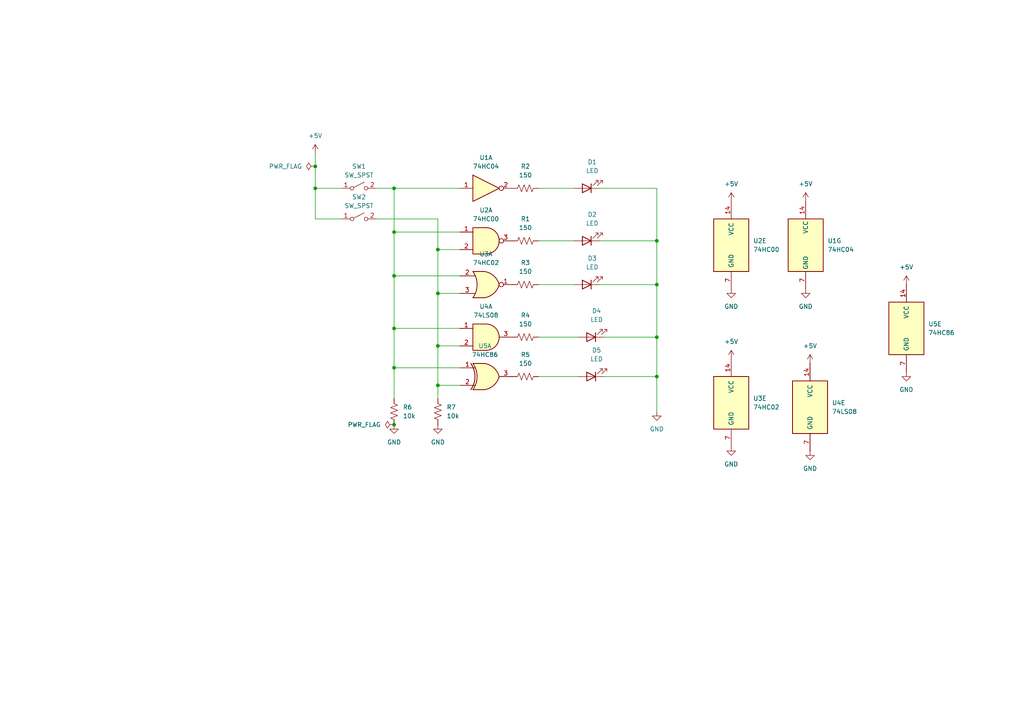
<source format=kicad_sch>
(kicad_sch
	(version 20250114)
	(generator "eeschema")
	(generator_version "9.0")
	(uuid "faed38fd-86d0-444f-adaf-0e6438a9e0f0")
	(paper "A4")
	(lib_symbols
		(symbol "74xx:74HC00"
			(pin_names
				(offset 1.016)
			)
			(exclude_from_sim no)
			(in_bom yes)
			(on_board yes)
			(property "Reference" "U"
				(at 0 1.27 0)
				(effects
					(font
						(size 1.27 1.27)
					)
				)
			)
			(property "Value" "74HC00"
				(at 0 -1.27 0)
				(effects
					(font
						(size 1.27 1.27)
					)
				)
			)
			(property "Footprint" ""
				(at 0 0 0)
				(effects
					(font
						(size 1.27 1.27)
					)
					(hide yes)
				)
			)
			(property "Datasheet" "http://www.ti.com/lit/gpn/sn74hc00"
				(at 0 0 0)
				(effects
					(font
						(size 1.27 1.27)
					)
					(hide yes)
				)
			)
			(property "Description" "quad 2-input NAND gate"
				(at 0 0 0)
				(effects
					(font
						(size 1.27 1.27)
					)
					(hide yes)
				)
			)
			(property "ki_locked" ""
				(at 0 0 0)
				(effects
					(font
						(size 1.27 1.27)
					)
				)
			)
			(property "ki_keywords" "HCMOS nand 2-input"
				(at 0 0 0)
				(effects
					(font
						(size 1.27 1.27)
					)
					(hide yes)
				)
			)
			(property "ki_fp_filters" "DIP*W7.62mm* SO14*"
				(at 0 0 0)
				(effects
					(font
						(size 1.27 1.27)
					)
					(hide yes)
				)
			)
			(symbol "74HC00_1_1"
				(arc
					(start 0 3.81)
					(mid 3.7934 0)
					(end 0 -3.81)
					(stroke
						(width 0.254)
						(type default)
					)
					(fill
						(type background)
					)
				)
				(polyline
					(pts
						(xy 0 3.81) (xy -3.81 3.81) (xy -3.81 -3.81) (xy 0 -3.81)
					)
					(stroke
						(width 0.254)
						(type default)
					)
					(fill
						(type background)
					)
				)
				(pin input line
					(at -7.62 2.54 0)
					(length 3.81)
					(name "~"
						(effects
							(font
								(size 1.27 1.27)
							)
						)
					)
					(number "1"
						(effects
							(font
								(size 1.27 1.27)
							)
						)
					)
				)
				(pin input line
					(at -7.62 -2.54 0)
					(length 3.81)
					(name "~"
						(effects
							(font
								(size 1.27 1.27)
							)
						)
					)
					(number "2"
						(effects
							(font
								(size 1.27 1.27)
							)
						)
					)
				)
				(pin output inverted
					(at 7.62 0 180)
					(length 3.81)
					(name "~"
						(effects
							(font
								(size 1.27 1.27)
							)
						)
					)
					(number "3"
						(effects
							(font
								(size 1.27 1.27)
							)
						)
					)
				)
			)
			(symbol "74HC00_1_2"
				(arc
					(start -3.81 3.81)
					(mid -2.589 0)
					(end -3.81 -3.81)
					(stroke
						(width 0.254)
						(type default)
					)
					(fill
						(type none)
					)
				)
				(polyline
					(pts
						(xy -3.81 3.81) (xy -0.635 3.81)
					)
					(stroke
						(width 0.254)
						(type default)
					)
					(fill
						(type background)
					)
				)
				(polyline
					(pts
						(xy -3.81 -3.81) (xy -0.635 -3.81)
					)
					(stroke
						(width 0.254)
						(type default)
					)
					(fill
						(type background)
					)
				)
				(arc
					(start 3.81 0)
					(mid 2.1855 -2.584)
					(end -0.6096 -3.81)
					(stroke
						(width 0.254)
						(type default)
					)
					(fill
						(type background)
					)
				)
				(arc
					(start -0.6096 3.81)
					(mid 2.1928 2.5924)
					(end 3.81 0)
					(stroke
						(width 0.254)
						(type default)
					)
					(fill
						(type background)
					)
				)
				(polyline
					(pts
						(xy -0.635 3.81) (xy -3.81 3.81) (xy -3.81 3.81) (xy -3.556 3.4036) (xy -3.0226 2.2606) (xy -2.6924 1.0414)
						(xy -2.6162 -0.254) (xy -2.7686 -1.4986) (xy -3.175 -2.7178) (xy -3.81 -3.81) (xy -3.81 -3.81)
						(xy -0.635 -3.81)
					)
					(stroke
						(width -25.4)
						(type default)
					)
					(fill
						(type background)
					)
				)
				(pin input inverted
					(at -7.62 2.54 0)
					(length 4.318)
					(name "~"
						(effects
							(font
								(size 1.27 1.27)
							)
						)
					)
					(number "1"
						(effects
							(font
								(size 1.27 1.27)
							)
						)
					)
				)
				(pin input inverted
					(at -7.62 -2.54 0)
					(length 4.318)
					(name "~"
						(effects
							(font
								(size 1.27 1.27)
							)
						)
					)
					(number "2"
						(effects
							(font
								(size 1.27 1.27)
							)
						)
					)
				)
				(pin output line
					(at 7.62 0 180)
					(length 3.81)
					(name "~"
						(effects
							(font
								(size 1.27 1.27)
							)
						)
					)
					(number "3"
						(effects
							(font
								(size 1.27 1.27)
							)
						)
					)
				)
			)
			(symbol "74HC00_2_1"
				(arc
					(start 0 3.81)
					(mid 3.7934 0)
					(end 0 -3.81)
					(stroke
						(width 0.254)
						(type default)
					)
					(fill
						(type background)
					)
				)
				(polyline
					(pts
						(xy 0 3.81) (xy -3.81 3.81) (xy -3.81 -3.81) (xy 0 -3.81)
					)
					(stroke
						(width 0.254)
						(type default)
					)
					(fill
						(type background)
					)
				)
				(pin input line
					(at -7.62 2.54 0)
					(length 3.81)
					(name "~"
						(effects
							(font
								(size 1.27 1.27)
							)
						)
					)
					(number "4"
						(effects
							(font
								(size 1.27 1.27)
							)
						)
					)
				)
				(pin input line
					(at -7.62 -2.54 0)
					(length 3.81)
					(name "~"
						(effects
							(font
								(size 1.27 1.27)
							)
						)
					)
					(number "5"
						(effects
							(font
								(size 1.27 1.27)
							)
						)
					)
				)
				(pin output inverted
					(at 7.62 0 180)
					(length 3.81)
					(name "~"
						(effects
							(font
								(size 1.27 1.27)
							)
						)
					)
					(number "6"
						(effects
							(font
								(size 1.27 1.27)
							)
						)
					)
				)
			)
			(symbol "74HC00_2_2"
				(arc
					(start -3.81 3.81)
					(mid -2.589 0)
					(end -3.81 -3.81)
					(stroke
						(width 0.254)
						(type default)
					)
					(fill
						(type none)
					)
				)
				(polyline
					(pts
						(xy -3.81 3.81) (xy -0.635 3.81)
					)
					(stroke
						(width 0.254)
						(type default)
					)
					(fill
						(type background)
					)
				)
				(polyline
					(pts
						(xy -3.81 -3.81) (xy -0.635 -3.81)
					)
					(stroke
						(width 0.254)
						(type default)
					)
					(fill
						(type background)
					)
				)
				(arc
					(start 3.81 0)
					(mid 2.1855 -2.584)
					(end -0.6096 -3.81)
					(stroke
						(width 0.254)
						(type default)
					)
					(fill
						(type background)
					)
				)
				(arc
					(start -0.6096 3.81)
					(mid 2.1928 2.5924)
					(end 3.81 0)
					(stroke
						(width 0.254)
						(type default)
					)
					(fill
						(type background)
					)
				)
				(polyline
					(pts
						(xy -0.635 3.81) (xy -3.81 3.81) (xy -3.81 3.81) (xy -3.556 3.4036) (xy -3.0226 2.2606) (xy -2.6924 1.0414)
						(xy -2.6162 -0.254) (xy -2.7686 -1.4986) (xy -3.175 -2.7178) (xy -3.81 -3.81) (xy -3.81 -3.81)
						(xy -0.635 -3.81)
					)
					(stroke
						(width -25.4)
						(type default)
					)
					(fill
						(type background)
					)
				)
				(pin input inverted
					(at -7.62 2.54 0)
					(length 4.318)
					(name "~"
						(effects
							(font
								(size 1.27 1.27)
							)
						)
					)
					(number "4"
						(effects
							(font
								(size 1.27 1.27)
							)
						)
					)
				)
				(pin input inverted
					(at -7.62 -2.54 0)
					(length 4.318)
					(name "~"
						(effects
							(font
								(size 1.27 1.27)
							)
						)
					)
					(number "5"
						(effects
							(font
								(size 1.27 1.27)
							)
						)
					)
				)
				(pin output line
					(at 7.62 0 180)
					(length 3.81)
					(name "~"
						(effects
							(font
								(size 1.27 1.27)
							)
						)
					)
					(number "6"
						(effects
							(font
								(size 1.27 1.27)
							)
						)
					)
				)
			)
			(symbol "74HC00_3_1"
				(arc
					(start 0 3.81)
					(mid 3.7934 0)
					(end 0 -3.81)
					(stroke
						(width 0.254)
						(type default)
					)
					(fill
						(type background)
					)
				)
				(polyline
					(pts
						(xy 0 3.81) (xy -3.81 3.81) (xy -3.81 -3.81) (xy 0 -3.81)
					)
					(stroke
						(width 0.254)
						(type default)
					)
					(fill
						(type background)
					)
				)
				(pin input line
					(at -7.62 2.54 0)
					(length 3.81)
					(name "~"
						(effects
							(font
								(size 1.27 1.27)
							)
						)
					)
					(number "9"
						(effects
							(font
								(size 1.27 1.27)
							)
						)
					)
				)
				(pin input line
					(at -7.62 -2.54 0)
					(length 3.81)
					(name "~"
						(effects
							(font
								(size 1.27 1.27)
							)
						)
					)
					(number "10"
						(effects
							(font
								(size 1.27 1.27)
							)
						)
					)
				)
				(pin output inverted
					(at 7.62 0 180)
					(length 3.81)
					(name "~"
						(effects
							(font
								(size 1.27 1.27)
							)
						)
					)
					(number "8"
						(effects
							(font
								(size 1.27 1.27)
							)
						)
					)
				)
			)
			(symbol "74HC00_3_2"
				(arc
					(start -3.81 3.81)
					(mid -2.589 0)
					(end -3.81 -3.81)
					(stroke
						(width 0.254)
						(type default)
					)
					(fill
						(type none)
					)
				)
				(polyline
					(pts
						(xy -3.81 3.81) (xy -0.635 3.81)
					)
					(stroke
						(width 0.254)
						(type default)
					)
					(fill
						(type background)
					)
				)
				(polyline
					(pts
						(xy -3.81 -3.81) (xy -0.635 -3.81)
					)
					(stroke
						(width 0.254)
						(type default)
					)
					(fill
						(type background)
					)
				)
				(arc
					(start 3.81 0)
					(mid 2.1855 -2.584)
					(end -0.6096 -3.81)
					(stroke
						(width 0.254)
						(type default)
					)
					(fill
						(type background)
					)
				)
				(arc
					(start -0.6096 3.81)
					(mid 2.1928 2.5924)
					(end 3.81 0)
					(stroke
						(width 0.254)
						(type default)
					)
					(fill
						(type background)
					)
				)
				(polyline
					(pts
						(xy -0.635 3.81) (xy -3.81 3.81) (xy -3.81 3.81) (xy -3.556 3.4036) (xy -3.0226 2.2606) (xy -2.6924 1.0414)
						(xy -2.6162 -0.254) (xy -2.7686 -1.4986) (xy -3.175 -2.7178) (xy -3.81 -3.81) (xy -3.81 -3.81)
						(xy -0.635 -3.81)
					)
					(stroke
						(width -25.4)
						(type default)
					)
					(fill
						(type background)
					)
				)
				(pin input inverted
					(at -7.62 2.54 0)
					(length 4.318)
					(name "~"
						(effects
							(font
								(size 1.27 1.27)
							)
						)
					)
					(number "9"
						(effects
							(font
								(size 1.27 1.27)
							)
						)
					)
				)
				(pin input inverted
					(at -7.62 -2.54 0)
					(length 4.318)
					(name "~"
						(effects
							(font
								(size 1.27 1.27)
							)
						)
					)
					(number "10"
						(effects
							(font
								(size 1.27 1.27)
							)
						)
					)
				)
				(pin output line
					(at 7.62 0 180)
					(length 3.81)
					(name "~"
						(effects
							(font
								(size 1.27 1.27)
							)
						)
					)
					(number "8"
						(effects
							(font
								(size 1.27 1.27)
							)
						)
					)
				)
			)
			(symbol "74HC00_4_1"
				(arc
					(start 0 3.81)
					(mid 3.7934 0)
					(end 0 -3.81)
					(stroke
						(width 0.254)
						(type default)
					)
					(fill
						(type background)
					)
				)
				(polyline
					(pts
						(xy 0 3.81) (xy -3.81 3.81) (xy -3.81 -3.81) (xy 0 -3.81)
					)
					(stroke
						(width 0.254)
						(type default)
					)
					(fill
						(type background)
					)
				)
				(pin input line
					(at -7.62 2.54 0)
					(length 3.81)
					(name "~"
						(effects
							(font
								(size 1.27 1.27)
							)
						)
					)
					(number "12"
						(effects
							(font
								(size 1.27 1.27)
							)
						)
					)
				)
				(pin input line
					(at -7.62 -2.54 0)
					(length 3.81)
					(name "~"
						(effects
							(font
								(size 1.27 1.27)
							)
						)
					)
					(number "13"
						(effects
							(font
								(size 1.27 1.27)
							)
						)
					)
				)
				(pin output inverted
					(at 7.62 0 180)
					(length 3.81)
					(name "~"
						(effects
							(font
								(size 1.27 1.27)
							)
						)
					)
					(number "11"
						(effects
							(font
								(size 1.27 1.27)
							)
						)
					)
				)
			)
			(symbol "74HC00_4_2"
				(arc
					(start -3.81 3.81)
					(mid -2.589 0)
					(end -3.81 -3.81)
					(stroke
						(width 0.254)
						(type default)
					)
					(fill
						(type none)
					)
				)
				(polyline
					(pts
						(xy -3.81 3.81) (xy -0.635 3.81)
					)
					(stroke
						(width 0.254)
						(type default)
					)
					(fill
						(type background)
					)
				)
				(polyline
					(pts
						(xy -3.81 -3.81) (xy -0.635 -3.81)
					)
					(stroke
						(width 0.254)
						(type default)
					)
					(fill
						(type background)
					)
				)
				(arc
					(start 3.81 0)
					(mid 2.1855 -2.584)
					(end -0.6096 -3.81)
					(stroke
						(width 0.254)
						(type default)
					)
					(fill
						(type background)
					)
				)
				(arc
					(start -0.6096 3.81)
					(mid 2.1928 2.5924)
					(end 3.81 0)
					(stroke
						(width 0.254)
						(type default)
					)
					(fill
						(type background)
					)
				)
				(polyline
					(pts
						(xy -0.635 3.81) (xy -3.81 3.81) (xy -3.81 3.81) (xy -3.556 3.4036) (xy -3.0226 2.2606) (xy -2.6924 1.0414)
						(xy -2.6162 -0.254) (xy -2.7686 -1.4986) (xy -3.175 -2.7178) (xy -3.81 -3.81) (xy -3.81 -3.81)
						(xy -0.635 -3.81)
					)
					(stroke
						(width -25.4)
						(type default)
					)
					(fill
						(type background)
					)
				)
				(pin input inverted
					(at -7.62 2.54 0)
					(length 4.318)
					(name "~"
						(effects
							(font
								(size 1.27 1.27)
							)
						)
					)
					(number "12"
						(effects
							(font
								(size 1.27 1.27)
							)
						)
					)
				)
				(pin input inverted
					(at -7.62 -2.54 0)
					(length 4.318)
					(name "~"
						(effects
							(font
								(size 1.27 1.27)
							)
						)
					)
					(number "13"
						(effects
							(font
								(size 1.27 1.27)
							)
						)
					)
				)
				(pin output line
					(at 7.62 0 180)
					(length 3.81)
					(name "~"
						(effects
							(font
								(size 1.27 1.27)
							)
						)
					)
					(number "11"
						(effects
							(font
								(size 1.27 1.27)
							)
						)
					)
				)
			)
			(symbol "74HC00_5_0"
				(pin power_in line
					(at 0 12.7 270)
					(length 5.08)
					(name "VCC"
						(effects
							(font
								(size 1.27 1.27)
							)
						)
					)
					(number "14"
						(effects
							(font
								(size 1.27 1.27)
							)
						)
					)
				)
				(pin power_in line
					(at 0 -12.7 90)
					(length 5.08)
					(name "GND"
						(effects
							(font
								(size 1.27 1.27)
							)
						)
					)
					(number "7"
						(effects
							(font
								(size 1.27 1.27)
							)
						)
					)
				)
			)
			(symbol "74HC00_5_1"
				(rectangle
					(start -5.08 7.62)
					(end 5.08 -7.62)
					(stroke
						(width 0.254)
						(type default)
					)
					(fill
						(type background)
					)
				)
			)
			(embedded_fonts no)
		)
		(symbol "74xx:74HC02"
			(pin_names
				(offset 1.016)
			)
			(exclude_from_sim no)
			(in_bom yes)
			(on_board yes)
			(property "Reference" "U"
				(at 0 1.27 0)
				(effects
					(font
						(size 1.27 1.27)
					)
				)
			)
			(property "Value" "74HC02"
				(at 0 -1.27 0)
				(effects
					(font
						(size 1.27 1.27)
					)
				)
			)
			(property "Footprint" ""
				(at 0 0 0)
				(effects
					(font
						(size 1.27 1.27)
					)
					(hide yes)
				)
			)
			(property "Datasheet" "http://www.ti.com/lit/gpn/sn74hc02"
				(at 0 0 0)
				(effects
					(font
						(size 1.27 1.27)
					)
					(hide yes)
				)
			)
			(property "Description" "quad 2-input NOR gate"
				(at 0 0 0)
				(effects
					(font
						(size 1.27 1.27)
					)
					(hide yes)
				)
			)
			(property "ki_locked" ""
				(at 0 0 0)
				(effects
					(font
						(size 1.27 1.27)
					)
				)
			)
			(property "ki_keywords" "HCMOS Nor2"
				(at 0 0 0)
				(effects
					(font
						(size 1.27 1.27)
					)
					(hide yes)
				)
			)
			(property "ki_fp_filters" "SO14* DIP*W7.62mm*"
				(at 0 0 0)
				(effects
					(font
						(size 1.27 1.27)
					)
					(hide yes)
				)
			)
			(symbol "74HC02_1_1"
				(arc
					(start -3.81 3.81)
					(mid -2.589 0)
					(end -3.81 -3.81)
					(stroke
						(width 0.254)
						(type default)
					)
					(fill
						(type none)
					)
				)
				(polyline
					(pts
						(xy -3.81 3.81) (xy -0.635 3.81)
					)
					(stroke
						(width 0.254)
						(type default)
					)
					(fill
						(type background)
					)
				)
				(polyline
					(pts
						(xy -3.81 -3.81) (xy -0.635 -3.81)
					)
					(stroke
						(width 0.254)
						(type default)
					)
					(fill
						(type background)
					)
				)
				(arc
					(start 3.81 0)
					(mid 2.1855 -2.584)
					(end -0.6096 -3.81)
					(stroke
						(width 0.254)
						(type default)
					)
					(fill
						(type background)
					)
				)
				(arc
					(start -0.6096 3.81)
					(mid 2.1928 2.5924)
					(end 3.81 0)
					(stroke
						(width 0.254)
						(type default)
					)
					(fill
						(type background)
					)
				)
				(polyline
					(pts
						(xy -0.635 3.81) (xy -3.81 3.81) (xy -3.81 3.81) (xy -3.556 3.4036) (xy -3.0226 2.2606) (xy -2.6924 1.0414)
						(xy -2.6162 -0.254) (xy -2.7686 -1.4986) (xy -3.175 -2.7178) (xy -3.81 -3.81) (xy -3.81 -3.81)
						(xy -0.635 -3.81)
					)
					(stroke
						(width -25.4)
						(type default)
					)
					(fill
						(type background)
					)
				)
				(pin input line
					(at -7.62 2.54 0)
					(length 4.318)
					(name "~"
						(effects
							(font
								(size 1.27 1.27)
							)
						)
					)
					(number "2"
						(effects
							(font
								(size 1.27 1.27)
							)
						)
					)
				)
				(pin input line
					(at -7.62 -2.54 0)
					(length 4.318)
					(name "~"
						(effects
							(font
								(size 1.27 1.27)
							)
						)
					)
					(number "3"
						(effects
							(font
								(size 1.27 1.27)
							)
						)
					)
				)
				(pin output inverted
					(at 7.62 0 180)
					(length 3.81)
					(name "~"
						(effects
							(font
								(size 1.27 1.27)
							)
						)
					)
					(number "1"
						(effects
							(font
								(size 1.27 1.27)
							)
						)
					)
				)
			)
			(symbol "74HC02_1_2"
				(arc
					(start 0 3.81)
					(mid 3.7934 0)
					(end 0 -3.81)
					(stroke
						(width 0.254)
						(type default)
					)
					(fill
						(type background)
					)
				)
				(polyline
					(pts
						(xy 0 3.81) (xy -3.81 3.81) (xy -3.81 -3.81) (xy 0 -3.81)
					)
					(stroke
						(width 0.254)
						(type default)
					)
					(fill
						(type background)
					)
				)
				(pin input inverted
					(at -7.62 2.54 0)
					(length 3.81)
					(name "~"
						(effects
							(font
								(size 1.27 1.27)
							)
						)
					)
					(number "2"
						(effects
							(font
								(size 1.27 1.27)
							)
						)
					)
				)
				(pin input inverted
					(at -7.62 -2.54 0)
					(length 3.81)
					(name "~"
						(effects
							(font
								(size 1.27 1.27)
							)
						)
					)
					(number "3"
						(effects
							(font
								(size 1.27 1.27)
							)
						)
					)
				)
				(pin output line
					(at 7.62 0 180)
					(length 3.81)
					(name "~"
						(effects
							(font
								(size 1.27 1.27)
							)
						)
					)
					(number "1"
						(effects
							(font
								(size 1.27 1.27)
							)
						)
					)
				)
			)
			(symbol "74HC02_2_1"
				(arc
					(start -3.81 3.81)
					(mid -2.589 0)
					(end -3.81 -3.81)
					(stroke
						(width 0.254)
						(type default)
					)
					(fill
						(type none)
					)
				)
				(polyline
					(pts
						(xy -3.81 3.81) (xy -0.635 3.81)
					)
					(stroke
						(width 0.254)
						(type default)
					)
					(fill
						(type background)
					)
				)
				(polyline
					(pts
						(xy -3.81 -3.81) (xy -0.635 -3.81)
					)
					(stroke
						(width 0.254)
						(type default)
					)
					(fill
						(type background)
					)
				)
				(arc
					(start 3.81 0)
					(mid 2.1855 -2.584)
					(end -0.6096 -3.81)
					(stroke
						(width 0.254)
						(type default)
					)
					(fill
						(type background)
					)
				)
				(arc
					(start -0.6096 3.81)
					(mid 2.1928 2.5924)
					(end 3.81 0)
					(stroke
						(width 0.254)
						(type default)
					)
					(fill
						(type background)
					)
				)
				(polyline
					(pts
						(xy -0.635 3.81) (xy -3.81 3.81) (xy -3.81 3.81) (xy -3.556 3.4036) (xy -3.0226 2.2606) (xy -2.6924 1.0414)
						(xy -2.6162 -0.254) (xy -2.7686 -1.4986) (xy -3.175 -2.7178) (xy -3.81 -3.81) (xy -3.81 -3.81)
						(xy -0.635 -3.81)
					)
					(stroke
						(width -25.4)
						(type default)
					)
					(fill
						(type background)
					)
				)
				(pin input line
					(at -7.62 2.54 0)
					(length 4.318)
					(name "~"
						(effects
							(font
								(size 1.27 1.27)
							)
						)
					)
					(number "5"
						(effects
							(font
								(size 1.27 1.27)
							)
						)
					)
				)
				(pin input line
					(at -7.62 -2.54 0)
					(length 4.318)
					(name "~"
						(effects
							(font
								(size 1.27 1.27)
							)
						)
					)
					(number "6"
						(effects
							(font
								(size 1.27 1.27)
							)
						)
					)
				)
				(pin output inverted
					(at 7.62 0 180)
					(length 3.81)
					(name "~"
						(effects
							(font
								(size 1.27 1.27)
							)
						)
					)
					(number "4"
						(effects
							(font
								(size 1.27 1.27)
							)
						)
					)
				)
			)
			(symbol "74HC02_2_2"
				(arc
					(start 0 3.81)
					(mid 3.7934 0)
					(end 0 -3.81)
					(stroke
						(width 0.254)
						(type default)
					)
					(fill
						(type background)
					)
				)
				(polyline
					(pts
						(xy 0 3.81) (xy -3.81 3.81) (xy -3.81 -3.81) (xy 0 -3.81)
					)
					(stroke
						(width 0.254)
						(type default)
					)
					(fill
						(type background)
					)
				)
				(pin input inverted
					(at -7.62 2.54 0)
					(length 3.81)
					(name "~"
						(effects
							(font
								(size 1.27 1.27)
							)
						)
					)
					(number "5"
						(effects
							(font
								(size 1.27 1.27)
							)
						)
					)
				)
				(pin input inverted
					(at -7.62 -2.54 0)
					(length 3.81)
					(name "~"
						(effects
							(font
								(size 1.27 1.27)
							)
						)
					)
					(number "6"
						(effects
							(font
								(size 1.27 1.27)
							)
						)
					)
				)
				(pin output line
					(at 7.62 0 180)
					(length 3.81)
					(name "~"
						(effects
							(font
								(size 1.27 1.27)
							)
						)
					)
					(number "4"
						(effects
							(font
								(size 1.27 1.27)
							)
						)
					)
				)
			)
			(symbol "74HC02_3_1"
				(arc
					(start -3.81 3.81)
					(mid -2.589 0)
					(end -3.81 -3.81)
					(stroke
						(width 0.254)
						(type default)
					)
					(fill
						(type none)
					)
				)
				(polyline
					(pts
						(xy -3.81 3.81) (xy -0.635 3.81)
					)
					(stroke
						(width 0.254)
						(type default)
					)
					(fill
						(type background)
					)
				)
				(polyline
					(pts
						(xy -3.81 -3.81) (xy -0.635 -3.81)
					)
					(stroke
						(width 0.254)
						(type default)
					)
					(fill
						(type background)
					)
				)
				(arc
					(start 3.81 0)
					(mid 2.1855 -2.584)
					(end -0.6096 -3.81)
					(stroke
						(width 0.254)
						(type default)
					)
					(fill
						(type background)
					)
				)
				(arc
					(start -0.6096 3.81)
					(mid 2.1928 2.5924)
					(end 3.81 0)
					(stroke
						(width 0.254)
						(type default)
					)
					(fill
						(type background)
					)
				)
				(polyline
					(pts
						(xy -0.635 3.81) (xy -3.81 3.81) (xy -3.81 3.81) (xy -3.556 3.4036) (xy -3.0226 2.2606) (xy -2.6924 1.0414)
						(xy -2.6162 -0.254) (xy -2.7686 -1.4986) (xy -3.175 -2.7178) (xy -3.81 -3.81) (xy -3.81 -3.81)
						(xy -0.635 -3.81)
					)
					(stroke
						(width -25.4)
						(type default)
					)
					(fill
						(type background)
					)
				)
				(pin input line
					(at -7.62 2.54 0)
					(length 4.318)
					(name "~"
						(effects
							(font
								(size 1.27 1.27)
							)
						)
					)
					(number "8"
						(effects
							(font
								(size 1.27 1.27)
							)
						)
					)
				)
				(pin input line
					(at -7.62 -2.54 0)
					(length 4.318)
					(name "~"
						(effects
							(font
								(size 1.27 1.27)
							)
						)
					)
					(number "9"
						(effects
							(font
								(size 1.27 1.27)
							)
						)
					)
				)
				(pin output inverted
					(at 7.62 0 180)
					(length 3.81)
					(name "~"
						(effects
							(font
								(size 1.27 1.27)
							)
						)
					)
					(number "10"
						(effects
							(font
								(size 1.27 1.27)
							)
						)
					)
				)
			)
			(symbol "74HC02_3_2"
				(arc
					(start 0 3.81)
					(mid 3.7934 0)
					(end 0 -3.81)
					(stroke
						(width 0.254)
						(type default)
					)
					(fill
						(type background)
					)
				)
				(polyline
					(pts
						(xy 0 3.81) (xy -3.81 3.81) (xy -3.81 -3.81) (xy 0 -3.81)
					)
					(stroke
						(width 0.254)
						(type default)
					)
					(fill
						(type background)
					)
				)
				(pin input inverted
					(at -7.62 2.54 0)
					(length 3.81)
					(name "~"
						(effects
							(font
								(size 1.27 1.27)
							)
						)
					)
					(number "8"
						(effects
							(font
								(size 1.27 1.27)
							)
						)
					)
				)
				(pin input inverted
					(at -7.62 -2.54 0)
					(length 3.81)
					(name "~"
						(effects
							(font
								(size 1.27 1.27)
							)
						)
					)
					(number "9"
						(effects
							(font
								(size 1.27 1.27)
							)
						)
					)
				)
				(pin output line
					(at 7.62 0 180)
					(length 3.81)
					(name "~"
						(effects
							(font
								(size 1.27 1.27)
							)
						)
					)
					(number "10"
						(effects
							(font
								(size 1.27 1.27)
							)
						)
					)
				)
			)
			(symbol "74HC02_4_1"
				(arc
					(start -3.81 3.81)
					(mid -2.589 0)
					(end -3.81 -3.81)
					(stroke
						(width 0.254)
						(type default)
					)
					(fill
						(type none)
					)
				)
				(polyline
					(pts
						(xy -3.81 3.81) (xy -0.635 3.81)
					)
					(stroke
						(width 0.254)
						(type default)
					)
					(fill
						(type background)
					)
				)
				(polyline
					(pts
						(xy -3.81 -3.81) (xy -0.635 -3.81)
					)
					(stroke
						(width 0.254)
						(type default)
					)
					(fill
						(type background)
					)
				)
				(arc
					(start 3.81 0)
					(mid 2.1855 -2.584)
					(end -0.6096 -3.81)
					(stroke
						(width 0.254)
						(type default)
					)
					(fill
						(type background)
					)
				)
				(arc
					(start -0.6096 3.81)
					(mid 2.1928 2.5924)
					(end 3.81 0)
					(stroke
						(width 0.254)
						(type default)
					)
					(fill
						(type background)
					)
				)
				(polyline
					(pts
						(xy -0.635 3.81) (xy -3.81 3.81) (xy -3.81 3.81) (xy -3.556 3.4036) (xy -3.0226 2.2606) (xy -2.6924 1.0414)
						(xy -2.6162 -0.254) (xy -2.7686 -1.4986) (xy -3.175 -2.7178) (xy -3.81 -3.81) (xy -3.81 -3.81)
						(xy -0.635 -3.81)
					)
					(stroke
						(width -25.4)
						(type default)
					)
					(fill
						(type background)
					)
				)
				(pin input line
					(at -7.62 2.54 0)
					(length 4.318)
					(name "~"
						(effects
							(font
								(size 1.27 1.27)
							)
						)
					)
					(number "11"
						(effects
							(font
								(size 1.27 1.27)
							)
						)
					)
				)
				(pin input line
					(at -7.62 -2.54 0)
					(length 4.318)
					(name "~"
						(effects
							(font
								(size 1.27 1.27)
							)
						)
					)
					(number "12"
						(effects
							(font
								(size 1.27 1.27)
							)
						)
					)
				)
				(pin output inverted
					(at 7.62 0 180)
					(length 3.81)
					(name "~"
						(effects
							(font
								(size 1.27 1.27)
							)
						)
					)
					(number "13"
						(effects
							(font
								(size 1.27 1.27)
							)
						)
					)
				)
			)
			(symbol "74HC02_4_2"
				(arc
					(start 0 3.81)
					(mid 3.7934 0)
					(end 0 -3.81)
					(stroke
						(width 0.254)
						(type default)
					)
					(fill
						(type background)
					)
				)
				(polyline
					(pts
						(xy 0 3.81) (xy -3.81 3.81) (xy -3.81 -3.81) (xy 0 -3.81)
					)
					(stroke
						(width 0.254)
						(type default)
					)
					(fill
						(type background)
					)
				)
				(pin input inverted
					(at -7.62 2.54 0)
					(length 3.81)
					(name "~"
						(effects
							(font
								(size 1.27 1.27)
							)
						)
					)
					(number "11"
						(effects
							(font
								(size 1.27 1.27)
							)
						)
					)
				)
				(pin input inverted
					(at -7.62 -2.54 0)
					(length 3.81)
					(name "~"
						(effects
							(font
								(size 1.27 1.27)
							)
						)
					)
					(number "12"
						(effects
							(font
								(size 1.27 1.27)
							)
						)
					)
				)
				(pin output line
					(at 7.62 0 180)
					(length 3.81)
					(name "~"
						(effects
							(font
								(size 1.27 1.27)
							)
						)
					)
					(number "13"
						(effects
							(font
								(size 1.27 1.27)
							)
						)
					)
				)
			)
			(symbol "74HC02_5_0"
				(pin power_in line
					(at 0 12.7 270)
					(length 5.08)
					(name "VCC"
						(effects
							(font
								(size 1.27 1.27)
							)
						)
					)
					(number "14"
						(effects
							(font
								(size 1.27 1.27)
							)
						)
					)
				)
				(pin power_in line
					(at 0 -12.7 90)
					(length 5.08)
					(name "GND"
						(effects
							(font
								(size 1.27 1.27)
							)
						)
					)
					(number "7"
						(effects
							(font
								(size 1.27 1.27)
							)
						)
					)
				)
			)
			(symbol "74HC02_5_1"
				(rectangle
					(start -5.08 7.62)
					(end 5.08 -7.62)
					(stroke
						(width 0.254)
						(type default)
					)
					(fill
						(type background)
					)
				)
			)
			(embedded_fonts no)
		)
		(symbol "74xx:74HC04"
			(exclude_from_sim no)
			(in_bom yes)
			(on_board yes)
			(property "Reference" "U"
				(at 0 1.27 0)
				(effects
					(font
						(size 1.27 1.27)
					)
				)
			)
			(property "Value" "74HC04"
				(at 0 -1.27 0)
				(effects
					(font
						(size 1.27 1.27)
					)
				)
			)
			(property "Footprint" ""
				(at 0 0 0)
				(effects
					(font
						(size 1.27 1.27)
					)
					(hide yes)
				)
			)
			(property "Datasheet" "https://assets.nexperia.com/documents/data-sheet/74HC_HCT04.pdf"
				(at 0 0 0)
				(effects
					(font
						(size 1.27 1.27)
					)
					(hide yes)
				)
			)
			(property "Description" "Hex Inverter"
				(at 0 0 0)
				(effects
					(font
						(size 1.27 1.27)
					)
					(hide yes)
				)
			)
			(property "ki_locked" ""
				(at 0 0 0)
				(effects
					(font
						(size 1.27 1.27)
					)
				)
			)
			(property "ki_keywords" "HCMOS not inv"
				(at 0 0 0)
				(effects
					(font
						(size 1.27 1.27)
					)
					(hide yes)
				)
			)
			(property "ki_fp_filters" "DIP*W7.62mm* SSOP?14* TSSOP?14*"
				(at 0 0 0)
				(effects
					(font
						(size 1.27 1.27)
					)
					(hide yes)
				)
			)
			(symbol "74HC04_1_0"
				(polyline
					(pts
						(xy -3.81 3.81) (xy -3.81 -3.81) (xy 3.81 0) (xy -3.81 3.81)
					)
					(stroke
						(width 0.254)
						(type default)
					)
					(fill
						(type background)
					)
				)
				(pin input line
					(at -7.62 0 0)
					(length 3.81)
					(name "~"
						(effects
							(font
								(size 1.27 1.27)
							)
						)
					)
					(number "1"
						(effects
							(font
								(size 1.27 1.27)
							)
						)
					)
				)
				(pin output inverted
					(at 7.62 0 180)
					(length 3.81)
					(name "~"
						(effects
							(font
								(size 1.27 1.27)
							)
						)
					)
					(number "2"
						(effects
							(font
								(size 1.27 1.27)
							)
						)
					)
				)
			)
			(symbol "74HC04_2_0"
				(polyline
					(pts
						(xy -3.81 3.81) (xy -3.81 -3.81) (xy 3.81 0) (xy -3.81 3.81)
					)
					(stroke
						(width 0.254)
						(type default)
					)
					(fill
						(type background)
					)
				)
				(pin input line
					(at -7.62 0 0)
					(length 3.81)
					(name "~"
						(effects
							(font
								(size 1.27 1.27)
							)
						)
					)
					(number "3"
						(effects
							(font
								(size 1.27 1.27)
							)
						)
					)
				)
				(pin output inverted
					(at 7.62 0 180)
					(length 3.81)
					(name "~"
						(effects
							(font
								(size 1.27 1.27)
							)
						)
					)
					(number "4"
						(effects
							(font
								(size 1.27 1.27)
							)
						)
					)
				)
			)
			(symbol "74HC04_3_0"
				(polyline
					(pts
						(xy -3.81 3.81) (xy -3.81 -3.81) (xy 3.81 0) (xy -3.81 3.81)
					)
					(stroke
						(width 0.254)
						(type default)
					)
					(fill
						(type background)
					)
				)
				(pin input line
					(at -7.62 0 0)
					(length 3.81)
					(name "~"
						(effects
							(font
								(size 1.27 1.27)
							)
						)
					)
					(number "5"
						(effects
							(font
								(size 1.27 1.27)
							)
						)
					)
				)
				(pin output inverted
					(at 7.62 0 180)
					(length 3.81)
					(name "~"
						(effects
							(font
								(size 1.27 1.27)
							)
						)
					)
					(number "6"
						(effects
							(font
								(size 1.27 1.27)
							)
						)
					)
				)
			)
			(symbol "74HC04_4_0"
				(polyline
					(pts
						(xy -3.81 3.81) (xy -3.81 -3.81) (xy 3.81 0) (xy -3.81 3.81)
					)
					(stroke
						(width 0.254)
						(type default)
					)
					(fill
						(type background)
					)
				)
				(pin input line
					(at -7.62 0 0)
					(length 3.81)
					(name "~"
						(effects
							(font
								(size 1.27 1.27)
							)
						)
					)
					(number "9"
						(effects
							(font
								(size 1.27 1.27)
							)
						)
					)
				)
				(pin output inverted
					(at 7.62 0 180)
					(length 3.81)
					(name "~"
						(effects
							(font
								(size 1.27 1.27)
							)
						)
					)
					(number "8"
						(effects
							(font
								(size 1.27 1.27)
							)
						)
					)
				)
			)
			(symbol "74HC04_5_0"
				(polyline
					(pts
						(xy -3.81 3.81) (xy -3.81 -3.81) (xy 3.81 0) (xy -3.81 3.81)
					)
					(stroke
						(width 0.254)
						(type default)
					)
					(fill
						(type background)
					)
				)
				(pin input line
					(at -7.62 0 0)
					(length 3.81)
					(name "~"
						(effects
							(font
								(size 1.27 1.27)
							)
						)
					)
					(number "11"
						(effects
							(font
								(size 1.27 1.27)
							)
						)
					)
				)
				(pin output inverted
					(at 7.62 0 180)
					(length 3.81)
					(name "~"
						(effects
							(font
								(size 1.27 1.27)
							)
						)
					)
					(number "10"
						(effects
							(font
								(size 1.27 1.27)
							)
						)
					)
				)
			)
			(symbol "74HC04_6_0"
				(polyline
					(pts
						(xy -3.81 3.81) (xy -3.81 -3.81) (xy 3.81 0) (xy -3.81 3.81)
					)
					(stroke
						(width 0.254)
						(type default)
					)
					(fill
						(type background)
					)
				)
				(pin input line
					(at -7.62 0 0)
					(length 3.81)
					(name "~"
						(effects
							(font
								(size 1.27 1.27)
							)
						)
					)
					(number "13"
						(effects
							(font
								(size 1.27 1.27)
							)
						)
					)
				)
				(pin output inverted
					(at 7.62 0 180)
					(length 3.81)
					(name "~"
						(effects
							(font
								(size 1.27 1.27)
							)
						)
					)
					(number "12"
						(effects
							(font
								(size 1.27 1.27)
							)
						)
					)
				)
			)
			(symbol "74HC04_7_0"
				(pin power_in line
					(at 0 12.7 270)
					(length 5.08)
					(name "VCC"
						(effects
							(font
								(size 1.27 1.27)
							)
						)
					)
					(number "14"
						(effects
							(font
								(size 1.27 1.27)
							)
						)
					)
				)
				(pin power_in line
					(at 0 -12.7 90)
					(length 5.08)
					(name "GND"
						(effects
							(font
								(size 1.27 1.27)
							)
						)
					)
					(number "7"
						(effects
							(font
								(size 1.27 1.27)
							)
						)
					)
				)
			)
			(symbol "74HC04_7_1"
				(rectangle
					(start -5.08 7.62)
					(end 5.08 -7.62)
					(stroke
						(width 0.254)
						(type default)
					)
					(fill
						(type background)
					)
				)
			)
			(embedded_fonts no)
		)
		(symbol "74xx:74HC86"
			(pin_names
				(offset 1.016)
			)
			(exclude_from_sim no)
			(in_bom yes)
			(on_board yes)
			(property "Reference" "U"
				(at 0 1.27 0)
				(effects
					(font
						(size 1.27 1.27)
					)
				)
			)
			(property "Value" "74HC86"
				(at 0 -1.27 0)
				(effects
					(font
						(size 1.27 1.27)
					)
				)
			)
			(property "Footprint" ""
				(at 0 0 0)
				(effects
					(font
						(size 1.27 1.27)
					)
					(hide yes)
				)
			)
			(property "Datasheet" "http://www.ti.com/lit/gpn/sn74HC86"
				(at 0 0 0)
				(effects
					(font
						(size 1.27 1.27)
					)
					(hide yes)
				)
			)
			(property "Description" "Quad 2-input XOR"
				(at 0 0 0)
				(effects
					(font
						(size 1.27 1.27)
					)
					(hide yes)
				)
			)
			(property "ki_locked" ""
				(at 0 0 0)
				(effects
					(font
						(size 1.27 1.27)
					)
				)
			)
			(property "ki_keywords" "TTL XOR2"
				(at 0 0 0)
				(effects
					(font
						(size 1.27 1.27)
					)
					(hide yes)
				)
			)
			(property "ki_fp_filters" "DIP*W7.62mm*"
				(at 0 0 0)
				(effects
					(font
						(size 1.27 1.27)
					)
					(hide yes)
				)
			)
			(symbol "74HC86_1_0"
				(arc
					(start -4.4196 3.81)
					(mid -3.2033 0)
					(end -4.4196 -3.81)
					(stroke
						(width 0.254)
						(type default)
					)
					(fill
						(type none)
					)
				)
				(arc
					(start -3.81 3.81)
					(mid -2.589 0)
					(end -3.81 -3.81)
					(stroke
						(width 0.254)
						(type default)
					)
					(fill
						(type none)
					)
				)
				(polyline
					(pts
						(xy -3.81 3.81) (xy -0.635 3.81)
					)
					(stroke
						(width 0.254)
						(type default)
					)
					(fill
						(type background)
					)
				)
				(polyline
					(pts
						(xy -3.81 -3.81) (xy -0.635 -3.81)
					)
					(stroke
						(width 0.254)
						(type default)
					)
					(fill
						(type background)
					)
				)
				(arc
					(start 3.81 0)
					(mid 2.1855 -2.584)
					(end -0.6096 -3.81)
					(stroke
						(width 0.254)
						(type default)
					)
					(fill
						(type background)
					)
				)
				(arc
					(start -0.6096 3.81)
					(mid 2.1928 2.5924)
					(end 3.81 0)
					(stroke
						(width 0.254)
						(type default)
					)
					(fill
						(type background)
					)
				)
				(polyline
					(pts
						(xy -0.635 3.81) (xy -3.81 3.81) (xy -3.81 3.81) (xy -3.556 3.4036) (xy -3.0226 2.2606) (xy -2.6924 1.0414)
						(xy -2.6162 -0.254) (xy -2.7686 -1.4986) (xy -3.175 -2.7178) (xy -3.81 -3.81) (xy -3.81 -3.81)
						(xy -0.635 -3.81)
					)
					(stroke
						(width -25.4)
						(type default)
					)
					(fill
						(type background)
					)
				)
				(pin input line
					(at -7.62 2.54 0)
					(length 4.445)
					(name "~"
						(effects
							(font
								(size 1.27 1.27)
							)
						)
					)
					(number "1"
						(effects
							(font
								(size 1.27 1.27)
							)
						)
					)
				)
				(pin input line
					(at -7.62 -2.54 0)
					(length 4.445)
					(name "~"
						(effects
							(font
								(size 1.27 1.27)
							)
						)
					)
					(number "2"
						(effects
							(font
								(size 1.27 1.27)
							)
						)
					)
				)
				(pin output line
					(at 7.62 0 180)
					(length 3.81)
					(name "~"
						(effects
							(font
								(size 1.27 1.27)
							)
						)
					)
					(number "3"
						(effects
							(font
								(size 1.27 1.27)
							)
						)
					)
				)
			)
			(symbol "74HC86_1_1"
				(polyline
					(pts
						(xy -3.81 2.54) (xy -3.175 2.54)
					)
					(stroke
						(width 0.1524)
						(type default)
					)
					(fill
						(type none)
					)
				)
				(polyline
					(pts
						(xy -3.81 -2.54) (xy -3.175 -2.54)
					)
					(stroke
						(width 0.1524)
						(type default)
					)
					(fill
						(type none)
					)
				)
			)
			(symbol "74HC86_2_0"
				(arc
					(start -4.4196 3.81)
					(mid -3.2033 0)
					(end -4.4196 -3.81)
					(stroke
						(width 0.254)
						(type default)
					)
					(fill
						(type none)
					)
				)
				(arc
					(start -3.81 3.81)
					(mid -2.589 0)
					(end -3.81 -3.81)
					(stroke
						(width 0.254)
						(type default)
					)
					(fill
						(type none)
					)
				)
				(polyline
					(pts
						(xy -3.81 3.81) (xy -0.635 3.81)
					)
					(stroke
						(width 0.254)
						(type default)
					)
					(fill
						(type background)
					)
				)
				(polyline
					(pts
						(xy -3.81 -3.81) (xy -0.635 -3.81)
					)
					(stroke
						(width 0.254)
						(type default)
					)
					(fill
						(type background)
					)
				)
				(arc
					(start 3.81 0)
					(mid 2.1855 -2.584)
					(end -0.6096 -3.81)
					(stroke
						(width 0.254)
						(type default)
					)
					(fill
						(type background)
					)
				)
				(arc
					(start -0.6096 3.81)
					(mid 2.1928 2.5924)
					(end 3.81 0)
					(stroke
						(width 0.254)
						(type default)
					)
					(fill
						(type background)
					)
				)
				(polyline
					(pts
						(xy -0.635 3.81) (xy -3.81 3.81) (xy -3.81 3.81) (xy -3.556 3.4036) (xy -3.0226 2.2606) (xy -2.6924 1.0414)
						(xy -2.6162 -0.254) (xy -2.7686 -1.4986) (xy -3.175 -2.7178) (xy -3.81 -3.81) (xy -3.81 -3.81)
						(xy -0.635 -3.81)
					)
					(stroke
						(width -25.4)
						(type default)
					)
					(fill
						(type background)
					)
				)
				(pin input line
					(at -7.62 2.54 0)
					(length 4.445)
					(name "~"
						(effects
							(font
								(size 1.27 1.27)
							)
						)
					)
					(number "4"
						(effects
							(font
								(size 1.27 1.27)
							)
						)
					)
				)
				(pin input line
					(at -7.62 -2.54 0)
					(length 4.445)
					(name "~"
						(effects
							(font
								(size 1.27 1.27)
							)
						)
					)
					(number "5"
						(effects
							(font
								(size 1.27 1.27)
							)
						)
					)
				)
				(pin output line
					(at 7.62 0 180)
					(length 3.81)
					(name "~"
						(effects
							(font
								(size 1.27 1.27)
							)
						)
					)
					(number "6"
						(effects
							(font
								(size 1.27 1.27)
							)
						)
					)
				)
			)
			(symbol "74HC86_2_1"
				(polyline
					(pts
						(xy -3.81 2.54) (xy -3.175 2.54)
					)
					(stroke
						(width 0.1524)
						(type default)
					)
					(fill
						(type none)
					)
				)
				(polyline
					(pts
						(xy -3.81 -2.54) (xy -3.175 -2.54)
					)
					(stroke
						(width 0.1524)
						(type default)
					)
					(fill
						(type none)
					)
				)
			)
			(symbol "74HC86_3_0"
				(arc
					(start -4.4196 3.81)
					(mid -3.2033 0)
					(end -4.4196 -3.81)
					(stroke
						(width 0.254)
						(type default)
					)
					(fill
						(type none)
					)
				)
				(arc
					(start -3.81 3.81)
					(mid -2.589 0)
					(end -3.81 -3.81)
					(stroke
						(width 0.254)
						(type default)
					)
					(fill
						(type none)
					)
				)
				(polyline
					(pts
						(xy -3.81 3.81) (xy -0.635 3.81)
					)
					(stroke
						(width 0.254)
						(type default)
					)
					(fill
						(type background)
					)
				)
				(polyline
					(pts
						(xy -3.81 -3.81) (xy -0.635 -3.81)
					)
					(stroke
						(width 0.254)
						(type default)
					)
					(fill
						(type background)
					)
				)
				(arc
					(start 3.81 0)
					(mid 2.1855 -2.584)
					(end -0.6096 -3.81)
					(stroke
						(width 0.254)
						(type default)
					)
					(fill
						(type background)
					)
				)
				(arc
					(start -0.6096 3.81)
					(mid 2.1928 2.5924)
					(end 3.81 0)
					(stroke
						(width 0.254)
						(type default)
					)
					(fill
						(type background)
					)
				)
				(polyline
					(pts
						(xy -0.635 3.81) (xy -3.81 3.81) (xy -3.81 3.81) (xy -3.556 3.4036) (xy -3.0226 2.2606) (xy -2.6924 1.0414)
						(xy -2.6162 -0.254) (xy -2.7686 -1.4986) (xy -3.175 -2.7178) (xy -3.81 -3.81) (xy -3.81 -3.81)
						(xy -0.635 -3.81)
					)
					(stroke
						(width -25.4)
						(type default)
					)
					(fill
						(type background)
					)
				)
				(pin input line
					(at -7.62 2.54 0)
					(length 4.445)
					(name "~"
						(effects
							(font
								(size 1.27 1.27)
							)
						)
					)
					(number "9"
						(effects
							(font
								(size 1.27 1.27)
							)
						)
					)
				)
				(pin input line
					(at -7.62 -2.54 0)
					(length 4.445)
					(name "~"
						(effects
							(font
								(size 1.27 1.27)
							)
						)
					)
					(number "10"
						(effects
							(font
								(size 1.27 1.27)
							)
						)
					)
				)
				(pin output line
					(at 7.62 0 180)
					(length 3.81)
					(name "~"
						(effects
							(font
								(size 1.27 1.27)
							)
						)
					)
					(number "8"
						(effects
							(font
								(size 1.27 1.27)
							)
						)
					)
				)
			)
			(symbol "74HC86_3_1"
				(polyline
					(pts
						(xy -3.81 2.54) (xy -3.175 2.54)
					)
					(stroke
						(width 0.1524)
						(type default)
					)
					(fill
						(type none)
					)
				)
				(polyline
					(pts
						(xy -3.81 -2.54) (xy -3.175 -2.54)
					)
					(stroke
						(width 0.1524)
						(type default)
					)
					(fill
						(type none)
					)
				)
			)
			(symbol "74HC86_4_0"
				(arc
					(start -4.4196 3.81)
					(mid -3.2033 0)
					(end -4.4196 -3.81)
					(stroke
						(width 0.254)
						(type default)
					)
					(fill
						(type none)
					)
				)
				(arc
					(start -3.81 3.81)
					(mid -2.589 0)
					(end -3.81 -3.81)
					(stroke
						(width 0.254)
						(type default)
					)
					(fill
						(type none)
					)
				)
				(polyline
					(pts
						(xy -3.81 3.81) (xy -0.635 3.81)
					)
					(stroke
						(width 0.254)
						(type default)
					)
					(fill
						(type background)
					)
				)
				(polyline
					(pts
						(xy -3.81 -3.81) (xy -0.635 -3.81)
					)
					(stroke
						(width 0.254)
						(type default)
					)
					(fill
						(type background)
					)
				)
				(arc
					(start 3.81 0)
					(mid 2.1855 -2.584)
					(end -0.6096 -3.81)
					(stroke
						(width 0.254)
						(type default)
					)
					(fill
						(type background)
					)
				)
				(arc
					(start -0.6096 3.81)
					(mid 2.1928 2.5924)
					(end 3.81 0)
					(stroke
						(width 0.254)
						(type default)
					)
					(fill
						(type background)
					)
				)
				(polyline
					(pts
						(xy -0.635 3.81) (xy -3.81 3.81) (xy -3.81 3.81) (xy -3.556 3.4036) (xy -3.0226 2.2606) (xy -2.6924 1.0414)
						(xy -2.6162 -0.254) (xy -2.7686 -1.4986) (xy -3.175 -2.7178) (xy -3.81 -3.81) (xy -3.81 -3.81)
						(xy -0.635 -3.81)
					)
					(stroke
						(width -25.4)
						(type default)
					)
					(fill
						(type background)
					)
				)
				(pin input line
					(at -7.62 2.54 0)
					(length 4.445)
					(name "~"
						(effects
							(font
								(size 1.27 1.27)
							)
						)
					)
					(number "12"
						(effects
							(font
								(size 1.27 1.27)
							)
						)
					)
				)
				(pin input line
					(at -7.62 -2.54 0)
					(length 4.445)
					(name "~"
						(effects
							(font
								(size 1.27 1.27)
							)
						)
					)
					(number "13"
						(effects
							(font
								(size 1.27 1.27)
							)
						)
					)
				)
				(pin output line
					(at 7.62 0 180)
					(length 3.81)
					(name "~"
						(effects
							(font
								(size 1.27 1.27)
							)
						)
					)
					(number "11"
						(effects
							(font
								(size 1.27 1.27)
							)
						)
					)
				)
			)
			(symbol "74HC86_4_1"
				(polyline
					(pts
						(xy -3.81 2.54) (xy -3.175 2.54)
					)
					(stroke
						(width 0.1524)
						(type default)
					)
					(fill
						(type none)
					)
				)
				(polyline
					(pts
						(xy -3.81 -2.54) (xy -3.175 -2.54)
					)
					(stroke
						(width 0.1524)
						(type default)
					)
					(fill
						(type none)
					)
				)
			)
			(symbol "74HC86_5_0"
				(pin power_in line
					(at 0 12.7 270)
					(length 5.08)
					(name "VCC"
						(effects
							(font
								(size 1.27 1.27)
							)
						)
					)
					(number "14"
						(effects
							(font
								(size 1.27 1.27)
							)
						)
					)
				)
				(pin power_in line
					(at 0 -12.7 90)
					(length 5.08)
					(name "GND"
						(effects
							(font
								(size 1.27 1.27)
							)
						)
					)
					(number "7"
						(effects
							(font
								(size 1.27 1.27)
							)
						)
					)
				)
			)
			(symbol "74HC86_5_1"
				(rectangle
					(start -5.08 7.62)
					(end 5.08 -7.62)
					(stroke
						(width 0.254)
						(type default)
					)
					(fill
						(type background)
					)
				)
			)
			(embedded_fonts no)
		)
		(symbol "74xx:74LS08"
			(pin_names
				(offset 1.016)
			)
			(exclude_from_sim no)
			(in_bom yes)
			(on_board yes)
			(property "Reference" "U"
				(at 0 1.27 0)
				(effects
					(font
						(size 1.27 1.27)
					)
				)
			)
			(property "Value" "74LS08"
				(at 0 -1.27 0)
				(effects
					(font
						(size 1.27 1.27)
					)
				)
			)
			(property "Footprint" ""
				(at 0 0 0)
				(effects
					(font
						(size 1.27 1.27)
					)
					(hide yes)
				)
			)
			(property "Datasheet" "http://www.ti.com/lit/gpn/sn74LS08"
				(at 0 0 0)
				(effects
					(font
						(size 1.27 1.27)
					)
					(hide yes)
				)
			)
			(property "Description" "Quad And2"
				(at 0 0 0)
				(effects
					(font
						(size 1.27 1.27)
					)
					(hide yes)
				)
			)
			(property "ki_locked" ""
				(at 0 0 0)
				(effects
					(font
						(size 1.27 1.27)
					)
				)
			)
			(property "ki_keywords" "TTL and2"
				(at 0 0 0)
				(effects
					(font
						(size 1.27 1.27)
					)
					(hide yes)
				)
			)
			(property "ki_fp_filters" "DIP*W7.62mm*"
				(at 0 0 0)
				(effects
					(font
						(size 1.27 1.27)
					)
					(hide yes)
				)
			)
			(symbol "74LS08_1_1"
				(arc
					(start 0 3.81)
					(mid 3.7934 0)
					(end 0 -3.81)
					(stroke
						(width 0.254)
						(type default)
					)
					(fill
						(type background)
					)
				)
				(polyline
					(pts
						(xy 0 3.81) (xy -3.81 3.81) (xy -3.81 -3.81) (xy 0 -3.81)
					)
					(stroke
						(width 0.254)
						(type default)
					)
					(fill
						(type background)
					)
				)
				(pin input line
					(at -7.62 2.54 0)
					(length 3.81)
					(name "~"
						(effects
							(font
								(size 1.27 1.27)
							)
						)
					)
					(number "1"
						(effects
							(font
								(size 1.27 1.27)
							)
						)
					)
				)
				(pin input line
					(at -7.62 -2.54 0)
					(length 3.81)
					(name "~"
						(effects
							(font
								(size 1.27 1.27)
							)
						)
					)
					(number "2"
						(effects
							(font
								(size 1.27 1.27)
							)
						)
					)
				)
				(pin output line
					(at 7.62 0 180)
					(length 3.81)
					(name "~"
						(effects
							(font
								(size 1.27 1.27)
							)
						)
					)
					(number "3"
						(effects
							(font
								(size 1.27 1.27)
							)
						)
					)
				)
			)
			(symbol "74LS08_1_2"
				(arc
					(start -3.81 3.81)
					(mid -2.589 0)
					(end -3.81 -3.81)
					(stroke
						(width 0.254)
						(type default)
					)
					(fill
						(type none)
					)
				)
				(polyline
					(pts
						(xy -3.81 3.81) (xy -0.635 3.81)
					)
					(stroke
						(width 0.254)
						(type default)
					)
					(fill
						(type background)
					)
				)
				(polyline
					(pts
						(xy -3.81 -3.81) (xy -0.635 -3.81)
					)
					(stroke
						(width 0.254)
						(type default)
					)
					(fill
						(type background)
					)
				)
				(arc
					(start 3.81 0)
					(mid 2.1855 -2.584)
					(end -0.6096 -3.81)
					(stroke
						(width 0.254)
						(type default)
					)
					(fill
						(type background)
					)
				)
				(arc
					(start -0.6096 3.81)
					(mid 2.1928 2.5924)
					(end 3.81 0)
					(stroke
						(width 0.254)
						(type default)
					)
					(fill
						(type background)
					)
				)
				(polyline
					(pts
						(xy -0.635 3.81) (xy -3.81 3.81) (xy -3.81 3.81) (xy -3.556 3.4036) (xy -3.0226 2.2606) (xy -2.6924 1.0414)
						(xy -2.6162 -0.254) (xy -2.7686 -1.4986) (xy -3.175 -2.7178) (xy -3.81 -3.81) (xy -3.81 -3.81)
						(xy -0.635 -3.81)
					)
					(stroke
						(width -25.4)
						(type default)
					)
					(fill
						(type background)
					)
				)
				(pin input inverted
					(at -7.62 2.54 0)
					(length 4.318)
					(name "~"
						(effects
							(font
								(size 1.27 1.27)
							)
						)
					)
					(number "1"
						(effects
							(font
								(size 1.27 1.27)
							)
						)
					)
				)
				(pin input inverted
					(at -7.62 -2.54 0)
					(length 4.318)
					(name "~"
						(effects
							(font
								(size 1.27 1.27)
							)
						)
					)
					(number "2"
						(effects
							(font
								(size 1.27 1.27)
							)
						)
					)
				)
				(pin output inverted
					(at 7.62 0 180)
					(length 3.81)
					(name "~"
						(effects
							(font
								(size 1.27 1.27)
							)
						)
					)
					(number "3"
						(effects
							(font
								(size 1.27 1.27)
							)
						)
					)
				)
			)
			(symbol "74LS08_2_1"
				(arc
					(start 0 3.81)
					(mid 3.7934 0)
					(end 0 -3.81)
					(stroke
						(width 0.254)
						(type default)
					)
					(fill
						(type background)
					)
				)
				(polyline
					(pts
						(xy 0 3.81) (xy -3.81 3.81) (xy -3.81 -3.81) (xy 0 -3.81)
					)
					(stroke
						(width 0.254)
						(type default)
					)
					(fill
						(type background)
					)
				)
				(pin input line
					(at -7.62 2.54 0)
					(length 3.81)
					(name "~"
						(effects
							(font
								(size 1.27 1.27)
							)
						)
					)
					(number "4"
						(effects
							(font
								(size 1.27 1.27)
							)
						)
					)
				)
				(pin input line
					(at -7.62 -2.54 0)
					(length 3.81)
					(name "~"
						(effects
							(font
								(size 1.27 1.27)
							)
						)
					)
					(number "5"
						(effects
							(font
								(size 1.27 1.27)
							)
						)
					)
				)
				(pin output line
					(at 7.62 0 180)
					(length 3.81)
					(name "~"
						(effects
							(font
								(size 1.27 1.27)
							)
						)
					)
					(number "6"
						(effects
							(font
								(size 1.27 1.27)
							)
						)
					)
				)
			)
			(symbol "74LS08_2_2"
				(arc
					(start -3.81 3.81)
					(mid -2.589 0)
					(end -3.81 -3.81)
					(stroke
						(width 0.254)
						(type default)
					)
					(fill
						(type none)
					)
				)
				(polyline
					(pts
						(xy -3.81 3.81) (xy -0.635 3.81)
					)
					(stroke
						(width 0.254)
						(type default)
					)
					(fill
						(type background)
					)
				)
				(polyline
					(pts
						(xy -3.81 -3.81) (xy -0.635 -3.81)
					)
					(stroke
						(width 0.254)
						(type default)
					)
					(fill
						(type background)
					)
				)
				(arc
					(start 3.81 0)
					(mid 2.1855 -2.584)
					(end -0.6096 -3.81)
					(stroke
						(width 0.254)
						(type default)
					)
					(fill
						(type background)
					)
				)
				(arc
					(start -0.6096 3.81)
					(mid 2.1928 2.5924)
					(end 3.81 0)
					(stroke
						(width 0.254)
						(type default)
					)
					(fill
						(type background)
					)
				)
				(polyline
					(pts
						(xy -0.635 3.81) (xy -3.81 3.81) (xy -3.81 3.81) (xy -3.556 3.4036) (xy -3.0226 2.2606) (xy -2.6924 1.0414)
						(xy -2.6162 -0.254) (xy -2.7686 -1.4986) (xy -3.175 -2.7178) (xy -3.81 -3.81) (xy -3.81 -3.81)
						(xy -0.635 -3.81)
					)
					(stroke
						(width -25.4)
						(type default)
					)
					(fill
						(type background)
					)
				)
				(pin input inverted
					(at -7.62 2.54 0)
					(length 4.318)
					(name "~"
						(effects
							(font
								(size 1.27 1.27)
							)
						)
					)
					(number "4"
						(effects
							(font
								(size 1.27 1.27)
							)
						)
					)
				)
				(pin input inverted
					(at -7.62 -2.54 0)
					(length 4.318)
					(name "~"
						(effects
							(font
								(size 1.27 1.27)
							)
						)
					)
					(number "5"
						(effects
							(font
								(size 1.27 1.27)
							)
						)
					)
				)
				(pin output inverted
					(at 7.62 0 180)
					(length 3.81)
					(name "~"
						(effects
							(font
								(size 1.27 1.27)
							)
						)
					)
					(number "6"
						(effects
							(font
								(size 1.27 1.27)
							)
						)
					)
				)
			)
			(symbol "74LS08_3_1"
				(arc
					(start 0 3.81)
					(mid 3.7934 0)
					(end 0 -3.81)
					(stroke
						(width 0.254)
						(type default)
					)
					(fill
						(type background)
					)
				)
				(polyline
					(pts
						(xy 0 3.81) (xy -3.81 3.81) (xy -3.81 -3.81) (xy 0 -3.81)
					)
					(stroke
						(width 0.254)
						(type default)
					)
					(fill
						(type background)
					)
				)
				(pin input line
					(at -7.62 2.54 0)
					(length 3.81)
					(name "~"
						(effects
							(font
								(size 1.27 1.27)
							)
						)
					)
					(number "9"
						(effects
							(font
								(size 1.27 1.27)
							)
						)
					)
				)
				(pin input line
					(at -7.62 -2.54 0)
					(length 3.81)
					(name "~"
						(effects
							(font
								(size 1.27 1.27)
							)
						)
					)
					(number "10"
						(effects
							(font
								(size 1.27 1.27)
							)
						)
					)
				)
				(pin output line
					(at 7.62 0 180)
					(length 3.81)
					(name "~"
						(effects
							(font
								(size 1.27 1.27)
							)
						)
					)
					(number "8"
						(effects
							(font
								(size 1.27 1.27)
							)
						)
					)
				)
			)
			(symbol "74LS08_3_2"
				(arc
					(start -3.81 3.81)
					(mid -2.589 0)
					(end -3.81 -3.81)
					(stroke
						(width 0.254)
						(type default)
					)
					(fill
						(type none)
					)
				)
				(polyline
					(pts
						(xy -3.81 3.81) (xy -0.635 3.81)
					)
					(stroke
						(width 0.254)
						(type default)
					)
					(fill
						(type background)
					)
				)
				(polyline
					(pts
						(xy -3.81 -3.81) (xy -0.635 -3.81)
					)
					(stroke
						(width 0.254)
						(type default)
					)
					(fill
						(type background)
					)
				)
				(arc
					(start 3.81 0)
					(mid 2.1855 -2.584)
					(end -0.6096 -3.81)
					(stroke
						(width 0.254)
						(type default)
					)
					(fill
						(type background)
					)
				)
				(arc
					(start -0.6096 3.81)
					(mid 2.1928 2.5924)
					(end 3.81 0)
					(stroke
						(width 0.254)
						(type default)
					)
					(fill
						(type background)
					)
				)
				(polyline
					(pts
						(xy -0.635 3.81) (xy -3.81 3.81) (xy -3.81 3.81) (xy -3.556 3.4036) (xy -3.0226 2.2606) (xy -2.6924 1.0414)
						(xy -2.6162 -0.254) (xy -2.7686 -1.4986) (xy -3.175 -2.7178) (xy -3.81 -3.81) (xy -3.81 -3.81)
						(xy -0.635 -3.81)
					)
					(stroke
						(width -25.4)
						(type default)
					)
					(fill
						(type background)
					)
				)
				(pin input inverted
					(at -7.62 2.54 0)
					(length 4.318)
					(name "~"
						(effects
							(font
								(size 1.27 1.27)
							)
						)
					)
					(number "9"
						(effects
							(font
								(size 1.27 1.27)
							)
						)
					)
				)
				(pin input inverted
					(at -7.62 -2.54 0)
					(length 4.318)
					(name "~"
						(effects
							(font
								(size 1.27 1.27)
							)
						)
					)
					(number "10"
						(effects
							(font
								(size 1.27 1.27)
							)
						)
					)
				)
				(pin output inverted
					(at 7.62 0 180)
					(length 3.81)
					(name "~"
						(effects
							(font
								(size 1.27 1.27)
							)
						)
					)
					(number "8"
						(effects
							(font
								(size 1.27 1.27)
							)
						)
					)
				)
			)
			(symbol "74LS08_4_1"
				(arc
					(start 0 3.81)
					(mid 3.7934 0)
					(end 0 -3.81)
					(stroke
						(width 0.254)
						(type default)
					)
					(fill
						(type background)
					)
				)
				(polyline
					(pts
						(xy 0 3.81) (xy -3.81 3.81) (xy -3.81 -3.81) (xy 0 -3.81)
					)
					(stroke
						(width 0.254)
						(type default)
					)
					(fill
						(type background)
					)
				)
				(pin input line
					(at -7.62 2.54 0)
					(length 3.81)
					(name "~"
						(effects
							(font
								(size 1.27 1.27)
							)
						)
					)
					(number "12"
						(effects
							(font
								(size 1.27 1.27)
							)
						)
					)
				)
				(pin input line
					(at -7.62 -2.54 0)
					(length 3.81)
					(name "~"
						(effects
							(font
								(size 1.27 1.27)
							)
						)
					)
					(number "13"
						(effects
							(font
								(size 1.27 1.27)
							)
						)
					)
				)
				(pin output line
					(at 7.62 0 180)
					(length 3.81)
					(name "~"
						(effects
							(font
								(size 1.27 1.27)
							)
						)
					)
					(number "11"
						(effects
							(font
								(size 1.27 1.27)
							)
						)
					)
				)
			)
			(symbol "74LS08_4_2"
				(arc
					(start -3.81 3.81)
					(mid -2.589 0)
					(end -3.81 -3.81)
					(stroke
						(width 0.254)
						(type default)
					)
					(fill
						(type none)
					)
				)
				(polyline
					(pts
						(xy -3.81 3.81) (xy -0.635 3.81)
					)
					(stroke
						(width 0.254)
						(type default)
					)
					(fill
						(type background)
					)
				)
				(polyline
					(pts
						(xy -3.81 -3.81) (xy -0.635 -3.81)
					)
					(stroke
						(width 0.254)
						(type default)
					)
					(fill
						(type background)
					)
				)
				(arc
					(start 3.81 0)
					(mid 2.1855 -2.584)
					(end -0.6096 -3.81)
					(stroke
						(width 0.254)
						(type default)
					)
					(fill
						(type background)
					)
				)
				(arc
					(start -0.6096 3.81)
					(mid 2.1928 2.5924)
					(end 3.81 0)
					(stroke
						(width 0.254)
						(type default)
					)
					(fill
						(type background)
					)
				)
				(polyline
					(pts
						(xy -0.635 3.81) (xy -3.81 3.81) (xy -3.81 3.81) (xy -3.556 3.4036) (xy -3.0226 2.2606) (xy -2.6924 1.0414)
						(xy -2.6162 -0.254) (xy -2.7686 -1.4986) (xy -3.175 -2.7178) (xy -3.81 -3.81) (xy -3.81 -3.81)
						(xy -0.635 -3.81)
					)
					(stroke
						(width -25.4)
						(type default)
					)
					(fill
						(type background)
					)
				)
				(pin input inverted
					(at -7.62 2.54 0)
					(length 4.318)
					(name "~"
						(effects
							(font
								(size 1.27 1.27)
							)
						)
					)
					(number "12"
						(effects
							(font
								(size 1.27 1.27)
							)
						)
					)
				)
				(pin input inverted
					(at -7.62 -2.54 0)
					(length 4.318)
					(name "~"
						(effects
							(font
								(size 1.27 1.27)
							)
						)
					)
					(number "13"
						(effects
							(font
								(size 1.27 1.27)
							)
						)
					)
				)
				(pin output inverted
					(at 7.62 0 180)
					(length 3.81)
					(name "~"
						(effects
							(font
								(size 1.27 1.27)
							)
						)
					)
					(number "11"
						(effects
							(font
								(size 1.27 1.27)
							)
						)
					)
				)
			)
			(symbol "74LS08_5_0"
				(pin power_in line
					(at 0 12.7 270)
					(length 5.08)
					(name "VCC"
						(effects
							(font
								(size 1.27 1.27)
							)
						)
					)
					(number "14"
						(effects
							(font
								(size 1.27 1.27)
							)
						)
					)
				)
				(pin power_in line
					(at 0 -12.7 90)
					(length 5.08)
					(name "GND"
						(effects
							(font
								(size 1.27 1.27)
							)
						)
					)
					(number "7"
						(effects
							(font
								(size 1.27 1.27)
							)
						)
					)
				)
			)
			(symbol "74LS08_5_1"
				(rectangle
					(start -5.08 7.62)
					(end 5.08 -7.62)
					(stroke
						(width 0.254)
						(type default)
					)
					(fill
						(type background)
					)
				)
			)
			(embedded_fonts no)
		)
		(symbol "Device:LED"
			(pin_numbers
				(hide yes)
			)
			(pin_names
				(offset 1.016)
				(hide yes)
			)
			(exclude_from_sim no)
			(in_bom yes)
			(on_board yes)
			(property "Reference" "D"
				(at 0 2.54 0)
				(effects
					(font
						(size 1.27 1.27)
					)
				)
			)
			(property "Value" "LED"
				(at 0 -2.54 0)
				(effects
					(font
						(size 1.27 1.27)
					)
				)
			)
			(property "Footprint" ""
				(at 0 0 0)
				(effects
					(font
						(size 1.27 1.27)
					)
					(hide yes)
				)
			)
			(property "Datasheet" "~"
				(at 0 0 0)
				(effects
					(font
						(size 1.27 1.27)
					)
					(hide yes)
				)
			)
			(property "Description" "Light emitting diode"
				(at 0 0 0)
				(effects
					(font
						(size 1.27 1.27)
					)
					(hide yes)
				)
			)
			(property "Sim.Pins" "1=K 2=A"
				(at 0 0 0)
				(effects
					(font
						(size 1.27 1.27)
					)
					(hide yes)
				)
			)
			(property "ki_keywords" "LED diode"
				(at 0 0 0)
				(effects
					(font
						(size 1.27 1.27)
					)
					(hide yes)
				)
			)
			(property "ki_fp_filters" "LED* LED_SMD:* LED_THT:*"
				(at 0 0 0)
				(effects
					(font
						(size 1.27 1.27)
					)
					(hide yes)
				)
			)
			(symbol "LED_0_1"
				(polyline
					(pts
						(xy -3.048 -0.762) (xy -4.572 -2.286) (xy -3.81 -2.286) (xy -4.572 -2.286) (xy -4.572 -1.524)
					)
					(stroke
						(width 0)
						(type default)
					)
					(fill
						(type none)
					)
				)
				(polyline
					(pts
						(xy -1.778 -0.762) (xy -3.302 -2.286) (xy -2.54 -2.286) (xy -3.302 -2.286) (xy -3.302 -1.524)
					)
					(stroke
						(width 0)
						(type default)
					)
					(fill
						(type none)
					)
				)
				(polyline
					(pts
						(xy -1.27 0) (xy 1.27 0)
					)
					(stroke
						(width 0)
						(type default)
					)
					(fill
						(type none)
					)
				)
				(polyline
					(pts
						(xy -1.27 -1.27) (xy -1.27 1.27)
					)
					(stroke
						(width 0.254)
						(type default)
					)
					(fill
						(type none)
					)
				)
				(polyline
					(pts
						(xy 1.27 -1.27) (xy 1.27 1.27) (xy -1.27 0) (xy 1.27 -1.27)
					)
					(stroke
						(width 0.254)
						(type default)
					)
					(fill
						(type none)
					)
				)
			)
			(symbol "LED_1_1"
				(pin passive line
					(at -3.81 0 0)
					(length 2.54)
					(name "K"
						(effects
							(font
								(size 1.27 1.27)
							)
						)
					)
					(number "1"
						(effects
							(font
								(size 1.27 1.27)
							)
						)
					)
				)
				(pin passive line
					(at 3.81 0 180)
					(length 2.54)
					(name "A"
						(effects
							(font
								(size 1.27 1.27)
							)
						)
					)
					(number "2"
						(effects
							(font
								(size 1.27 1.27)
							)
						)
					)
				)
			)
			(embedded_fonts no)
		)
		(symbol "Device:R_US"
			(pin_numbers
				(hide yes)
			)
			(pin_names
				(offset 0)
			)
			(exclude_from_sim no)
			(in_bom yes)
			(on_board yes)
			(property "Reference" "R"
				(at 2.54 0 90)
				(effects
					(font
						(size 1.27 1.27)
					)
				)
			)
			(property "Value" "R_US"
				(at -2.54 0 90)
				(effects
					(font
						(size 1.27 1.27)
					)
				)
			)
			(property "Footprint" ""
				(at 1.016 -0.254 90)
				(effects
					(font
						(size 1.27 1.27)
					)
					(hide yes)
				)
			)
			(property "Datasheet" "~"
				(at 0 0 0)
				(effects
					(font
						(size 1.27 1.27)
					)
					(hide yes)
				)
			)
			(property "Description" "Resistor, US symbol"
				(at 0 0 0)
				(effects
					(font
						(size 1.27 1.27)
					)
					(hide yes)
				)
			)
			(property "ki_keywords" "R res resistor"
				(at 0 0 0)
				(effects
					(font
						(size 1.27 1.27)
					)
					(hide yes)
				)
			)
			(property "ki_fp_filters" "R_*"
				(at 0 0 0)
				(effects
					(font
						(size 1.27 1.27)
					)
					(hide yes)
				)
			)
			(symbol "R_US_0_1"
				(polyline
					(pts
						(xy 0 2.286) (xy 0 2.54)
					)
					(stroke
						(width 0)
						(type default)
					)
					(fill
						(type none)
					)
				)
				(polyline
					(pts
						(xy 0 2.286) (xy 1.016 1.905) (xy 0 1.524) (xy -1.016 1.143) (xy 0 0.762)
					)
					(stroke
						(width 0)
						(type default)
					)
					(fill
						(type none)
					)
				)
				(polyline
					(pts
						(xy 0 0.762) (xy 1.016 0.381) (xy 0 0) (xy -1.016 -0.381) (xy 0 -0.762)
					)
					(stroke
						(width 0)
						(type default)
					)
					(fill
						(type none)
					)
				)
				(polyline
					(pts
						(xy 0 -0.762) (xy 1.016 -1.143) (xy 0 -1.524) (xy -1.016 -1.905) (xy 0 -2.286)
					)
					(stroke
						(width 0)
						(type default)
					)
					(fill
						(type none)
					)
				)
				(polyline
					(pts
						(xy 0 -2.286) (xy 0 -2.54)
					)
					(stroke
						(width 0)
						(type default)
					)
					(fill
						(type none)
					)
				)
			)
			(symbol "R_US_1_1"
				(pin passive line
					(at 0 3.81 270)
					(length 1.27)
					(name "~"
						(effects
							(font
								(size 1.27 1.27)
							)
						)
					)
					(number "1"
						(effects
							(font
								(size 1.27 1.27)
							)
						)
					)
				)
				(pin passive line
					(at 0 -3.81 90)
					(length 1.27)
					(name "~"
						(effects
							(font
								(size 1.27 1.27)
							)
						)
					)
					(number "2"
						(effects
							(font
								(size 1.27 1.27)
							)
						)
					)
				)
			)
			(embedded_fonts no)
		)
		(symbol "Switch:SW_SPST"
			(pin_names
				(offset 0)
				(hide yes)
			)
			(exclude_from_sim no)
			(in_bom yes)
			(on_board yes)
			(property "Reference" "SW"
				(at 0 3.175 0)
				(effects
					(font
						(size 1.27 1.27)
					)
				)
			)
			(property "Value" "SW_SPST"
				(at 0 -2.54 0)
				(effects
					(font
						(size 1.27 1.27)
					)
				)
			)
			(property "Footprint" ""
				(at 0 0 0)
				(effects
					(font
						(size 1.27 1.27)
					)
					(hide yes)
				)
			)
			(property "Datasheet" "~"
				(at 0 0 0)
				(effects
					(font
						(size 1.27 1.27)
					)
					(hide yes)
				)
			)
			(property "Description" "Single Pole Single Throw (SPST) switch"
				(at 0 0 0)
				(effects
					(font
						(size 1.27 1.27)
					)
					(hide yes)
				)
			)
			(property "ki_keywords" "switch lever"
				(at 0 0 0)
				(effects
					(font
						(size 1.27 1.27)
					)
					(hide yes)
				)
			)
			(symbol "SW_SPST_0_0"
				(circle
					(center -2.032 0)
					(radius 0.508)
					(stroke
						(width 0)
						(type default)
					)
					(fill
						(type none)
					)
				)
				(polyline
					(pts
						(xy -1.524 0.254) (xy 1.524 1.778)
					)
					(stroke
						(width 0)
						(type default)
					)
					(fill
						(type none)
					)
				)
				(circle
					(center 2.032 0)
					(radius 0.508)
					(stroke
						(width 0)
						(type default)
					)
					(fill
						(type none)
					)
				)
			)
			(symbol "SW_SPST_1_1"
				(pin passive line
					(at -5.08 0 0)
					(length 2.54)
					(name "A"
						(effects
							(font
								(size 1.27 1.27)
							)
						)
					)
					(number "1"
						(effects
							(font
								(size 1.27 1.27)
							)
						)
					)
				)
				(pin passive line
					(at 5.08 0 180)
					(length 2.54)
					(name "B"
						(effects
							(font
								(size 1.27 1.27)
							)
						)
					)
					(number "2"
						(effects
							(font
								(size 1.27 1.27)
							)
						)
					)
				)
			)
			(embedded_fonts no)
		)
		(symbol "power:+5V"
			(power)
			(pin_numbers
				(hide yes)
			)
			(pin_names
				(offset 0)
				(hide yes)
			)
			(exclude_from_sim no)
			(in_bom yes)
			(on_board yes)
			(property "Reference" "#PWR"
				(at 0 -3.81 0)
				(effects
					(font
						(size 1.27 1.27)
					)
					(hide yes)
				)
			)
			(property "Value" "+5V"
				(at 0 3.556 0)
				(effects
					(font
						(size 1.27 1.27)
					)
				)
			)
			(property "Footprint" ""
				(at 0 0 0)
				(effects
					(font
						(size 1.27 1.27)
					)
					(hide yes)
				)
			)
			(property "Datasheet" ""
				(at 0 0 0)
				(effects
					(font
						(size 1.27 1.27)
					)
					(hide yes)
				)
			)
			(property "Description" "Power symbol creates a global label with name \"+5V\""
				(at 0 0 0)
				(effects
					(font
						(size 1.27 1.27)
					)
					(hide yes)
				)
			)
			(property "ki_keywords" "global power"
				(at 0 0 0)
				(effects
					(font
						(size 1.27 1.27)
					)
					(hide yes)
				)
			)
			(symbol "+5V_0_1"
				(polyline
					(pts
						(xy -0.762 1.27) (xy 0 2.54)
					)
					(stroke
						(width 0)
						(type default)
					)
					(fill
						(type none)
					)
				)
				(polyline
					(pts
						(xy 0 2.54) (xy 0.762 1.27)
					)
					(stroke
						(width 0)
						(type default)
					)
					(fill
						(type none)
					)
				)
				(polyline
					(pts
						(xy 0 0) (xy 0 2.54)
					)
					(stroke
						(width 0)
						(type default)
					)
					(fill
						(type none)
					)
				)
			)
			(symbol "+5V_1_1"
				(pin power_in line
					(at 0 0 90)
					(length 0)
					(name "~"
						(effects
							(font
								(size 1.27 1.27)
							)
						)
					)
					(number "1"
						(effects
							(font
								(size 1.27 1.27)
							)
						)
					)
				)
			)
			(embedded_fonts no)
		)
		(symbol "power:GND"
			(power)
			(pin_numbers
				(hide yes)
			)
			(pin_names
				(offset 0)
				(hide yes)
			)
			(exclude_from_sim no)
			(in_bom yes)
			(on_board yes)
			(property "Reference" "#PWR"
				(at 0 -6.35 0)
				(effects
					(font
						(size 1.27 1.27)
					)
					(hide yes)
				)
			)
			(property "Value" "GND"
				(at 0 -3.81 0)
				(effects
					(font
						(size 1.27 1.27)
					)
				)
			)
			(property "Footprint" ""
				(at 0 0 0)
				(effects
					(font
						(size 1.27 1.27)
					)
					(hide yes)
				)
			)
			(property "Datasheet" ""
				(at 0 0 0)
				(effects
					(font
						(size 1.27 1.27)
					)
					(hide yes)
				)
			)
			(property "Description" "Power symbol creates a global label with name \"GND\" , ground"
				(at 0 0 0)
				(effects
					(font
						(size 1.27 1.27)
					)
					(hide yes)
				)
			)
			(property "ki_keywords" "global power"
				(at 0 0 0)
				(effects
					(font
						(size 1.27 1.27)
					)
					(hide yes)
				)
			)
			(symbol "GND_0_1"
				(polyline
					(pts
						(xy 0 0) (xy 0 -1.27) (xy 1.27 -1.27) (xy 0 -2.54) (xy -1.27 -1.27) (xy 0 -1.27)
					)
					(stroke
						(width 0)
						(type default)
					)
					(fill
						(type none)
					)
				)
			)
			(symbol "GND_1_1"
				(pin power_in line
					(at 0 0 270)
					(length 0)
					(name "~"
						(effects
							(font
								(size 1.27 1.27)
							)
						)
					)
					(number "1"
						(effects
							(font
								(size 1.27 1.27)
							)
						)
					)
				)
			)
			(embedded_fonts no)
		)
		(symbol "power:PWR_FLAG"
			(power)
			(pin_numbers
				(hide yes)
			)
			(pin_names
				(offset 0)
				(hide yes)
			)
			(exclude_from_sim no)
			(in_bom yes)
			(on_board yes)
			(property "Reference" "#FLG"
				(at 0 1.905 0)
				(effects
					(font
						(size 1.27 1.27)
					)
					(hide yes)
				)
			)
			(property "Value" "PWR_FLAG"
				(at 0 3.81 0)
				(effects
					(font
						(size 1.27 1.27)
					)
				)
			)
			(property "Footprint" ""
				(at 0 0 0)
				(effects
					(font
						(size 1.27 1.27)
					)
					(hide yes)
				)
			)
			(property "Datasheet" "~"
				(at 0 0 0)
				(effects
					(font
						(size 1.27 1.27)
					)
					(hide yes)
				)
			)
			(property "Description" "Special symbol for telling ERC where power comes from"
				(at 0 0 0)
				(effects
					(font
						(size 1.27 1.27)
					)
					(hide yes)
				)
			)
			(property "ki_keywords" "flag power"
				(at 0 0 0)
				(effects
					(font
						(size 1.27 1.27)
					)
					(hide yes)
				)
			)
			(symbol "PWR_FLAG_0_0"
				(pin power_out line
					(at 0 0 90)
					(length 0)
					(name "~"
						(effects
							(font
								(size 1.27 1.27)
							)
						)
					)
					(number "1"
						(effects
							(font
								(size 1.27 1.27)
							)
						)
					)
				)
			)
			(symbol "PWR_FLAG_0_1"
				(polyline
					(pts
						(xy 0 0) (xy 0 1.27) (xy -1.016 1.905) (xy 0 2.54) (xy 1.016 1.905) (xy 0 1.27)
					)
					(stroke
						(width 0)
						(type default)
					)
					(fill
						(type none)
					)
				)
			)
			(embedded_fonts no)
		)
	)
	(junction
		(at 127 111.76)
		(diameter 0)
		(color 0 0 0 0)
		(uuid "00641541-c38f-418b-a8c4-2b76ec8d82cd")
	)
	(junction
		(at 127 85.09)
		(diameter 0)
		(color 0 0 0 0)
		(uuid "0956861e-3a40-4ba6-920e-4420ae3e6a7d")
	)
	(junction
		(at 114.3 123.19)
		(diameter 0)
		(color 0 0 0 0)
		(uuid "12f3a288-536a-4a8c-84ee-70fed3d73a56")
	)
	(junction
		(at 114.3 95.25)
		(diameter 0)
		(color 0 0 0 0)
		(uuid "1fbb6e0a-d274-4dbc-888b-f59c7798d56f")
	)
	(junction
		(at 91.44 54.61)
		(diameter 0)
		(color 0 0 0 0)
		(uuid "260a9e6e-66ac-4e38-b689-1c18bf7c24cc")
	)
	(junction
		(at 114.3 80.01)
		(diameter 0)
		(color 0 0 0 0)
		(uuid "38a7c4ce-0997-4159-b138-7dd7e8e87931")
	)
	(junction
		(at 114.3 54.61)
		(diameter 0)
		(color 0 0 0 0)
		(uuid "60c2bcf3-5255-4e10-bd97-fdc96c1f35f0")
	)
	(junction
		(at 190.5 82.55)
		(diameter 0)
		(color 0 0 0 0)
		(uuid "7e55d03a-f378-4e6e-b77a-132942754158")
	)
	(junction
		(at 114.3 67.31)
		(diameter 0)
		(color 0 0 0 0)
		(uuid "82e305d8-177f-4bfc-8151-3e8f6a53c7d7")
	)
	(junction
		(at 114.3 106.68)
		(diameter 0)
		(color 0 0 0 0)
		(uuid "8dd6c490-d896-43cd-bb44-1a73d8a5b9aa")
	)
	(junction
		(at 91.44 48.26)
		(diameter 0)
		(color 0 0 0 0)
		(uuid "9ca28265-e667-4f5b-b4e9-92832f878943")
	)
	(junction
		(at 127 100.33)
		(diameter 0)
		(color 0 0 0 0)
		(uuid "ca397aab-2178-40e6-9496-032900ede6c5")
	)
	(junction
		(at 190.5 97.79)
		(diameter 0)
		(color 0 0 0 0)
		(uuid "e69ecd4e-fdf6-4613-87e2-c6618de062ec")
	)
	(junction
		(at 127 72.39)
		(diameter 0)
		(color 0 0 0 0)
		(uuid "ecb5b48b-1f8c-4a4a-ac84-f70baa9a2e3f")
	)
	(junction
		(at 190.5 109.22)
		(diameter 0)
		(color 0 0 0 0)
		(uuid "f2d77725-3a6c-4997-9e24-fb97b0bd482d")
	)
	(junction
		(at 190.5 69.85)
		(diameter 0)
		(color 0 0 0 0)
		(uuid "fec1f073-1257-4306-a400-cebc8ca69555")
	)
	(wire
		(pts
			(xy 156.21 97.79) (xy 167.64 97.79)
		)
		(stroke
			(width 0)
			(type default)
		)
		(uuid "01d690e9-3260-4525-81ca-b2d1bdae9085")
	)
	(wire
		(pts
			(xy 109.22 54.61) (xy 114.3 54.61)
		)
		(stroke
			(width 0)
			(type default)
		)
		(uuid "0571c200-54d1-4484-8468-520dbbc1179b")
	)
	(wire
		(pts
			(xy 190.5 82.55) (xy 173.99 82.55)
		)
		(stroke
			(width 0)
			(type default)
		)
		(uuid "0bf79f64-b397-4090-be1c-cad561164bc8")
	)
	(wire
		(pts
			(xy 190.5 109.22) (xy 190.5 119.38)
		)
		(stroke
			(width 0)
			(type default)
		)
		(uuid "0ec362b0-b00a-4495-8ae8-33d7a8636a51")
	)
	(wire
		(pts
			(xy 127 63.5) (xy 127 72.39)
		)
		(stroke
			(width 0)
			(type default)
		)
		(uuid "111b3f70-e7e0-4b3c-ad4e-2dc7a5bc19b8")
	)
	(wire
		(pts
			(xy 156.21 54.61) (xy 166.37 54.61)
		)
		(stroke
			(width 0)
			(type default)
		)
		(uuid "11aae757-05cb-4286-b9e7-73a2fcf6a2bc")
	)
	(wire
		(pts
			(xy 190.5 69.85) (xy 190.5 82.55)
		)
		(stroke
			(width 0)
			(type default)
		)
		(uuid "11d7f858-0df9-463f-b2ad-b9fde7d00fed")
	)
	(wire
		(pts
			(xy 114.3 106.68) (xy 114.3 115.57)
		)
		(stroke
			(width 0)
			(type default)
		)
		(uuid "13df1af9-0a24-4925-b622-75812a866fbb")
	)
	(wire
		(pts
			(xy 175.26 97.79) (xy 190.5 97.79)
		)
		(stroke
			(width 0)
			(type default)
		)
		(uuid "216890a2-140f-49c3-bb7b-96d6c9c3799e")
	)
	(wire
		(pts
			(xy 114.3 95.25) (xy 133.35 95.25)
		)
		(stroke
			(width 0)
			(type default)
		)
		(uuid "217510de-a103-419f-a82d-87ed21eb2d89")
	)
	(wire
		(pts
			(xy 133.35 67.31) (xy 114.3 67.31)
		)
		(stroke
			(width 0)
			(type default)
		)
		(uuid "337ccf84-e65e-4021-8350-a8a8397f78d5")
	)
	(wire
		(pts
			(xy 190.5 97.79) (xy 190.5 109.22)
		)
		(stroke
			(width 0)
			(type default)
		)
		(uuid "358bb30d-c917-417d-be6a-b6df6fe6529f")
	)
	(wire
		(pts
			(xy 91.44 54.61) (xy 99.06 54.61)
		)
		(stroke
			(width 0)
			(type default)
		)
		(uuid "378f17c8-2bf3-4f37-bf4d-a07294f6a94f")
	)
	(wire
		(pts
			(xy 127 85.09) (xy 127 100.33)
		)
		(stroke
			(width 0)
			(type default)
		)
		(uuid "400cc3e3-e91a-4f0d-9422-64490a7a51f0")
	)
	(wire
		(pts
			(xy 114.3 106.68) (xy 133.35 106.68)
		)
		(stroke
			(width 0)
			(type default)
		)
		(uuid "46d41485-3b29-4cf9-b815-470e75885465")
	)
	(wire
		(pts
			(xy 127 111.76) (xy 127 115.57)
		)
		(stroke
			(width 0)
			(type default)
		)
		(uuid "47d484be-722b-46f7-bf66-83338c18fc98")
	)
	(wire
		(pts
			(xy 127 72.39) (xy 133.35 72.39)
		)
		(stroke
			(width 0)
			(type default)
		)
		(uuid "494ef57f-77e3-4238-88fc-17f8cb8a45c7")
	)
	(wire
		(pts
			(xy 114.3 54.61) (xy 114.3 67.31)
		)
		(stroke
			(width 0)
			(type default)
		)
		(uuid "4b001561-3d83-4c04-b247-eb8dd99b04f3")
	)
	(wire
		(pts
			(xy 156.21 82.55) (xy 166.37 82.55)
		)
		(stroke
			(width 0)
			(type default)
		)
		(uuid "4b3abaf1-40b5-4264-869e-1736d11ab91c")
	)
	(wire
		(pts
			(xy 190.5 82.55) (xy 190.5 97.79)
		)
		(stroke
			(width 0)
			(type default)
		)
		(uuid "5e1da625-884a-4c21-9fc2-ecb0545e6b2f")
	)
	(wire
		(pts
			(xy 114.3 80.01) (xy 133.35 80.01)
		)
		(stroke
			(width 0)
			(type default)
		)
		(uuid "64fbfe74-b4db-436a-aded-966de2fb2cb3")
	)
	(wire
		(pts
			(xy 127 111.76) (xy 133.35 111.76)
		)
		(stroke
			(width 0)
			(type default)
		)
		(uuid "6fb19e71-407e-4442-8c01-899b09f8a5a4")
	)
	(wire
		(pts
			(xy 114.3 95.25) (xy 114.3 106.68)
		)
		(stroke
			(width 0)
			(type default)
		)
		(uuid "733d6173-1b33-4b59-9bc6-47ef64919ba1")
	)
	(wire
		(pts
			(xy 109.22 63.5) (xy 127 63.5)
		)
		(stroke
			(width 0)
			(type default)
		)
		(uuid "78f9220d-cc00-42fc-8e20-fbd6c26c9978")
	)
	(wire
		(pts
			(xy 173.99 54.61) (xy 190.5 54.61)
		)
		(stroke
			(width 0)
			(type default)
		)
		(uuid "7f79fd93-b820-49ee-9612-96842571fd27")
	)
	(wire
		(pts
			(xy 114.3 67.31) (xy 114.3 80.01)
		)
		(stroke
			(width 0)
			(type default)
		)
		(uuid "835c83b2-ba7f-4749-988a-9ed1a71b54cb")
	)
	(wire
		(pts
			(xy 91.44 48.26) (xy 91.44 54.61)
		)
		(stroke
			(width 0)
			(type default)
		)
		(uuid "83c8b391-a463-4914-8986-a929acae2386")
	)
	(wire
		(pts
			(xy 175.26 109.22) (xy 190.5 109.22)
		)
		(stroke
			(width 0)
			(type default)
		)
		(uuid "83fcec6c-cda6-417e-a19c-f2ad864f39b8")
	)
	(wire
		(pts
			(xy 91.44 63.5) (xy 99.06 63.5)
		)
		(stroke
			(width 0)
			(type default)
		)
		(uuid "8607fcfa-9b56-4ecc-b813-5b237abf7239")
	)
	(wire
		(pts
			(xy 114.3 54.61) (xy 133.35 54.61)
		)
		(stroke
			(width 0)
			(type default)
		)
		(uuid "a1f50579-1398-4ba9-ae58-462f5c0b2c8c")
	)
	(wire
		(pts
			(xy 127 100.33) (xy 127 111.76)
		)
		(stroke
			(width 0)
			(type default)
		)
		(uuid "afeca16b-4b15-45a0-8418-f0d5ca181c0f")
	)
	(wire
		(pts
			(xy 156.21 69.85) (xy 166.37 69.85)
		)
		(stroke
			(width 0)
			(type default)
		)
		(uuid "b54ebfc1-7a26-4d0f-89a7-c8fe0cf23d1e")
	)
	(wire
		(pts
			(xy 127 85.09) (xy 133.35 85.09)
		)
		(stroke
			(width 0)
			(type default)
		)
		(uuid "b8684209-04ab-473e-a371-c584bbdac625")
	)
	(wire
		(pts
			(xy 156.21 109.22) (xy 167.64 109.22)
		)
		(stroke
			(width 0)
			(type default)
		)
		(uuid "c5356d45-9522-44d3-a662-02ab479d8f55")
	)
	(wire
		(pts
			(xy 127 100.33) (xy 133.35 100.33)
		)
		(stroke
			(width 0)
			(type default)
		)
		(uuid "da548639-4170-4a63-884c-a7c69cf01492")
	)
	(wire
		(pts
			(xy 127 72.39) (xy 127 85.09)
		)
		(stroke
			(width 0)
			(type default)
		)
		(uuid "dc09cdc4-3d75-4931-bcb6-f2d16d239dac")
	)
	(wire
		(pts
			(xy 190.5 54.61) (xy 190.5 69.85)
		)
		(stroke
			(width 0)
			(type default)
		)
		(uuid "e25b2d5b-c726-4284-9500-fb2d2e71e6aa")
	)
	(wire
		(pts
			(xy 91.44 44.45) (xy 91.44 48.26)
		)
		(stroke
			(width 0)
			(type default)
		)
		(uuid "ea67ea62-2e55-41ae-9029-b085a177f435")
	)
	(wire
		(pts
			(xy 173.99 69.85) (xy 190.5 69.85)
		)
		(stroke
			(width 0)
			(type default)
		)
		(uuid "f229680c-894c-42b8-93f8-fb0fdc1e4f58")
	)
	(wire
		(pts
			(xy 91.44 54.61) (xy 91.44 63.5)
		)
		(stroke
			(width 0)
			(type default)
		)
		(uuid "f3e3d322-f6af-4a71-9cff-274adfaed905")
	)
	(wire
		(pts
			(xy 114.3 80.01) (xy 114.3 95.25)
		)
		(stroke
			(width 0)
			(type default)
		)
		(uuid "f9adcb3f-a9d6-4dc9-98a1-1d7fb8e923ac")
	)
	(symbol
		(lib_id "power:GND")
		(at 234.95 130.81 0)
		(unit 1)
		(exclude_from_sim no)
		(in_bom yes)
		(on_board yes)
		(dnp no)
		(fields_autoplaced yes)
		(uuid "0a320244-6359-4309-b61b-49b5713e6496")
		(property "Reference" "#PWR012"
			(at 234.95 137.16 0)
			(effects
				(font
					(size 1.27 1.27)
				)
				(hide yes)
			)
		)
		(property "Value" "GND"
			(at 234.95 135.89 0)
			(effects
				(font
					(size 1.27 1.27)
				)
			)
		)
		(property "Footprint" ""
			(at 234.95 130.81 0)
			(effects
				(font
					(size 1.27 1.27)
				)
				(hide yes)
			)
		)
		(property "Datasheet" ""
			(at 234.95 130.81 0)
			(effects
				(font
					(size 1.27 1.27)
				)
				(hide yes)
			)
		)
		(property "Description" "Power symbol creates a global label with name \"GND\" , ground"
			(at 234.95 130.81 0)
			(effects
				(font
					(size 1.27 1.27)
				)
				(hide yes)
			)
		)
		(pin "1"
			(uuid "86f23bcd-d228-4995-9c59-815d873f538f")
		)
		(instances
			(project "Lab1_schematic"
				(path "/faed38fd-86d0-444f-adaf-0e6438a9e0f0"
					(reference "#PWR012")
					(unit 1)
				)
			)
		)
	)
	(symbol
		(lib_id "74xx:74HC02")
		(at 212.09 116.84 0)
		(unit 5)
		(exclude_from_sim no)
		(in_bom yes)
		(on_board yes)
		(dnp no)
		(fields_autoplaced yes)
		(uuid "0bf06050-7381-40a5-9bbc-0f96827c8eab")
		(property "Reference" "U3"
			(at 218.44 115.5699 0)
			(effects
				(font
					(size 1.27 1.27)
				)
				(justify left)
			)
		)
		(property "Value" "74HC02"
			(at 218.44 118.1099 0)
			(effects
				(font
					(size 1.27 1.27)
				)
				(justify left)
			)
		)
		(property "Footprint" ""
			(at 212.09 116.84 0)
			(effects
				(font
					(size 1.27 1.27)
				)
				(hide yes)
			)
		)
		(property "Datasheet" "http://www.ti.com/lit/gpn/sn74hc02"
			(at 212.09 116.84 0)
			(effects
				(font
					(size 1.27 1.27)
				)
				(hide yes)
			)
		)
		(property "Description" "quad 2-input NOR gate"
			(at 212.09 116.84 0)
			(effects
				(font
					(size 1.27 1.27)
				)
				(hide yes)
			)
		)
		(pin "6"
			(uuid "55826d29-0417-4232-9736-21d48be9d59f")
		)
		(pin "1"
			(uuid "72eb324b-88cc-448f-8f64-fe6b514e339e")
		)
		(pin "12"
			(uuid "0ffb8504-cedd-41c1-9f71-734e474028e4")
		)
		(pin "4"
			(uuid "7dc3cc87-2274-4c7e-a864-a9c7f9af8547")
		)
		(pin "7"
			(uuid "5bc7bcfd-ad18-4a13-b906-d884e7dc4b52")
		)
		(pin "5"
			(uuid "be3328b3-e39b-4b5b-b228-f29d7018da9e")
		)
		(pin "9"
			(uuid "be1a34ca-a272-4eed-9e8d-f9be346184ca")
		)
		(pin "2"
			(uuid "0ae9c465-bbfe-4841-ad39-2667895346a9")
		)
		(pin "10"
			(uuid "9b968794-b417-4b18-8f73-6f43fbe48229")
		)
		(pin "3"
			(uuid "34e8ca2e-cde1-4bed-9896-b6459f02031e")
		)
		(pin "11"
			(uuid "957a18fd-5340-4d28-8595-c74f485504b1")
		)
		(pin "8"
			(uuid "944089ee-730b-4ad5-8ca1-02f2a7ab64eb")
		)
		(pin "13"
			(uuid "b7cdc6a9-9333-4701-9b81-8e89e99ce2b5")
		)
		(pin "14"
			(uuid "050eaa0d-ceab-48eb-a28e-0a7c14f79df9")
		)
		(instances
			(project ""
				(path "/faed38fd-86d0-444f-adaf-0e6438a9e0f0"
					(reference "U3")
					(unit 5)
				)
			)
		)
	)
	(symbol
		(lib_id "power:PWR_FLAG")
		(at 91.44 48.26 90)
		(unit 1)
		(exclude_from_sim no)
		(in_bom yes)
		(on_board yes)
		(dnp no)
		(fields_autoplaced yes)
		(uuid "0c8e92f4-18cd-491d-b006-250f2ce63da2")
		(property "Reference" "#FLG02"
			(at 89.535 48.26 0)
			(effects
				(font
					(size 1.27 1.27)
				)
				(hide yes)
			)
		)
		(property "Value" "PWR_FLAG"
			(at 87.63 48.2599 90)
			(effects
				(font
					(size 1.27 1.27)
				)
				(justify left)
			)
		)
		(property "Footprint" ""
			(at 91.44 48.26 0)
			(effects
				(font
					(size 1.27 1.27)
				)
				(hide yes)
			)
		)
		(property "Datasheet" "~"
			(at 91.44 48.26 0)
			(effects
				(font
					(size 1.27 1.27)
				)
				(hide yes)
			)
		)
		(property "Description" "Special symbol for telling ERC where power comes from"
			(at 91.44 48.26 0)
			(effects
				(font
					(size 1.27 1.27)
				)
				(hide yes)
			)
		)
		(pin "1"
			(uuid "d6cbf58c-a6ac-4223-bbf0-d8382514b23d")
		)
		(instances
			(project ""
				(path "/faed38fd-86d0-444f-adaf-0e6438a9e0f0"
					(reference "#FLG02")
					(unit 1)
				)
			)
		)
	)
	(symbol
		(lib_id "Switch:SW_SPST")
		(at 104.14 63.5 0)
		(unit 1)
		(exclude_from_sim no)
		(in_bom yes)
		(on_board yes)
		(dnp no)
		(fields_autoplaced yes)
		(uuid "0d675211-0c43-4372-b561-49886bff479b")
		(property "Reference" "SW2"
			(at 104.14 57.15 0)
			(effects
				(font
					(size 1.27 1.27)
				)
			)
		)
		(property "Value" "SW_SPST"
			(at 104.14 59.69 0)
			(effects
				(font
					(size 1.27 1.27)
				)
			)
		)
		(property "Footprint" ""
			(at 104.14 63.5 0)
			(effects
				(font
					(size 1.27 1.27)
				)
				(hide yes)
			)
		)
		(property "Datasheet" "~"
			(at 104.14 63.5 0)
			(effects
				(font
					(size 1.27 1.27)
				)
				(hide yes)
			)
		)
		(property "Description" "Single Pole Single Throw (SPST) switch"
			(at 104.14 63.5 0)
			(effects
				(font
					(size 1.27 1.27)
				)
				(hide yes)
			)
		)
		(pin "2"
			(uuid "6dc3afb5-82ae-4cdc-9a14-41b06aee439e")
		)
		(pin "1"
			(uuid "8b935e8b-4706-455d-9d9f-3a5779d0fa9a")
		)
		(instances
			(project ""
				(path "/faed38fd-86d0-444f-adaf-0e6438a9e0f0"
					(reference "SW2")
					(unit 1)
				)
			)
		)
	)
	(symbol
		(lib_id "power:GND")
		(at 114.3 123.19 0)
		(unit 1)
		(exclude_from_sim no)
		(in_bom yes)
		(on_board yes)
		(dnp no)
		(fields_autoplaced yes)
		(uuid "1c5e6fd1-94a8-4789-897c-659f77cd1192")
		(property "Reference" "#PWR01"
			(at 114.3 129.54 0)
			(effects
				(font
					(size 1.27 1.27)
				)
				(hide yes)
			)
		)
		(property "Value" "GND"
			(at 114.3 128.27 0)
			(effects
				(font
					(size 1.27 1.27)
				)
			)
		)
		(property "Footprint" ""
			(at 114.3 123.19 0)
			(effects
				(font
					(size 1.27 1.27)
				)
				(hide yes)
			)
		)
		(property "Datasheet" ""
			(at 114.3 123.19 0)
			(effects
				(font
					(size 1.27 1.27)
				)
				(hide yes)
			)
		)
		(property "Description" "Power symbol creates a global label with name \"GND\" , ground"
			(at 114.3 123.19 0)
			(effects
				(font
					(size 1.27 1.27)
				)
				(hide yes)
			)
		)
		(pin "1"
			(uuid "d49bf9c2-f483-4fdb-8ea3-4cf9a5984f44")
		)
		(instances
			(project ""
				(path "/faed38fd-86d0-444f-adaf-0e6438a9e0f0"
					(reference "#PWR01")
					(unit 1)
				)
			)
		)
	)
	(symbol
		(lib_id "Device:LED")
		(at 171.45 97.79 180)
		(unit 1)
		(exclude_from_sim no)
		(in_bom yes)
		(on_board yes)
		(dnp no)
		(fields_autoplaced yes)
		(uuid "1cf43115-4039-4d56-b907-2e142efc541a")
		(property "Reference" "D4"
			(at 173.0375 90.17 0)
			(effects
				(font
					(size 1.27 1.27)
				)
			)
		)
		(property "Value" "LED"
			(at 173.0375 92.71 0)
			(effects
				(font
					(size 1.27 1.27)
				)
			)
		)
		(property "Footprint" ""
			(at 171.45 97.79 0)
			(effects
				(font
					(size 1.27 1.27)
				)
				(hide yes)
			)
		)
		(property "Datasheet" "~"
			(at 171.45 97.79 0)
			(effects
				(font
					(size 1.27 1.27)
				)
				(hide yes)
			)
		)
		(property "Description" "Light emitting diode"
			(at 171.45 97.79 0)
			(effects
				(font
					(size 1.27 1.27)
				)
				(hide yes)
			)
		)
		(property "Sim.Pins" "1=K 2=A"
			(at 171.45 97.79 0)
			(effects
				(font
					(size 1.27 1.27)
				)
				(hide yes)
			)
		)
		(pin "1"
			(uuid "690d3a28-ed96-4780-b7d7-9cd77fabb730")
		)
		(pin "2"
			(uuid "918890b8-ba3a-4836-adac-4188beadc593")
		)
		(instances
			(project "Lab1_schematic"
				(path "/faed38fd-86d0-444f-adaf-0e6438a9e0f0"
					(reference "D4")
					(unit 1)
				)
			)
		)
	)
	(symbol
		(lib_id "Device:R_US")
		(at 152.4 82.55 90)
		(unit 1)
		(exclude_from_sim no)
		(in_bom yes)
		(on_board yes)
		(dnp no)
		(fields_autoplaced yes)
		(uuid "26686faf-8244-4a7b-9567-591436185822")
		(property "Reference" "R3"
			(at 152.4 76.2 90)
			(effects
				(font
					(size 1.27 1.27)
				)
			)
		)
		(property "Value" "150"
			(at 152.4 78.74 90)
			(effects
				(font
					(size 1.27 1.27)
				)
			)
		)
		(property "Footprint" ""
			(at 152.654 81.534 90)
			(effects
				(font
					(size 1.27 1.27)
				)
				(hide yes)
			)
		)
		(property "Datasheet" "~"
			(at 152.4 82.55 0)
			(effects
				(font
					(size 1.27 1.27)
				)
				(hide yes)
			)
		)
		(property "Description" "Resistor, US symbol"
			(at 152.4 82.55 0)
			(effects
				(font
					(size 1.27 1.27)
				)
				(hide yes)
			)
		)
		(pin "1"
			(uuid "1faa1a5c-35f2-476a-a36a-4bd62d4a1102")
		)
		(pin "2"
			(uuid "86185ced-6bfc-4ebf-91aa-747b37ef31d5")
		)
		(instances
			(project "Lab1_schematic"
				(path "/faed38fd-86d0-444f-adaf-0e6438a9e0f0"
					(reference "R3")
					(unit 1)
				)
			)
		)
	)
	(symbol
		(lib_id "power:+5V")
		(at 91.44 44.45 0)
		(unit 1)
		(exclude_from_sim no)
		(in_bom yes)
		(on_board yes)
		(dnp no)
		(fields_autoplaced yes)
		(uuid "2db7fd65-e574-4521-af8a-6352a10ad680")
		(property "Reference" "#PWR03"
			(at 91.44 48.26 0)
			(effects
				(font
					(size 1.27 1.27)
				)
				(hide yes)
			)
		)
		(property "Value" "+5V"
			(at 91.44 39.37 0)
			(effects
				(font
					(size 1.27 1.27)
				)
			)
		)
		(property "Footprint" ""
			(at 91.44 44.45 0)
			(effects
				(font
					(size 1.27 1.27)
				)
				(hide yes)
			)
		)
		(property "Datasheet" ""
			(at 91.44 44.45 0)
			(effects
				(font
					(size 1.27 1.27)
				)
				(hide yes)
			)
		)
		(property "Description" "Power symbol creates a global label with name \"+5V\""
			(at 91.44 44.45 0)
			(effects
				(font
					(size 1.27 1.27)
				)
				(hide yes)
			)
		)
		(pin "1"
			(uuid "9f2775f8-3d3a-466c-a462-084aa24cce14")
		)
		(instances
			(project ""
				(path "/faed38fd-86d0-444f-adaf-0e6438a9e0f0"
					(reference "#PWR03")
					(unit 1)
				)
			)
		)
	)
	(symbol
		(lib_id "Device:R_US")
		(at 114.3 119.38 180)
		(unit 1)
		(exclude_from_sim no)
		(in_bom yes)
		(on_board yes)
		(dnp no)
		(fields_autoplaced yes)
		(uuid "32bd303d-c08a-4625-adc4-a5c0f0e6dc78")
		(property "Reference" "R6"
			(at 116.84 118.1099 0)
			(effects
				(font
					(size 1.27 1.27)
				)
				(justify right)
			)
		)
		(property "Value" "10k"
			(at 116.84 120.6499 0)
			(effects
				(font
					(size 1.27 1.27)
				)
				(justify right)
			)
		)
		(property "Footprint" ""
			(at 113.284 119.126 90)
			(effects
				(font
					(size 1.27 1.27)
				)
				(hide yes)
			)
		)
		(property "Datasheet" "~"
			(at 114.3 119.38 0)
			(effects
				(font
					(size 1.27 1.27)
				)
				(hide yes)
			)
		)
		(property "Description" "Resistor, US symbol"
			(at 114.3 119.38 0)
			(effects
				(font
					(size 1.27 1.27)
				)
				(hide yes)
			)
		)
		(pin "2"
			(uuid "2dee50cf-7b9e-4f1d-97e2-8c227537fb84")
		)
		(pin "1"
			(uuid "5612d568-353d-434d-bb95-0dee08d5d22a")
		)
		(instances
			(project "Lab1_schematic"
				(path "/faed38fd-86d0-444f-adaf-0e6438a9e0f0"
					(reference "R6")
					(unit 1)
				)
			)
		)
	)
	(symbol
		(lib_id "74xx:74HC00")
		(at 212.09 71.12 0)
		(unit 5)
		(exclude_from_sim no)
		(in_bom yes)
		(on_board yes)
		(dnp no)
		(fields_autoplaced yes)
		(uuid "3554f6fd-4ba6-4833-838d-0783fcff9c36")
		(property "Reference" "U2"
			(at 218.44 69.8499 0)
			(effects
				(font
					(size 1.27 1.27)
				)
				(justify left)
			)
		)
		(property "Value" "74HC00"
			(at 218.44 72.3899 0)
			(effects
				(font
					(size 1.27 1.27)
				)
				(justify left)
			)
		)
		(property "Footprint" ""
			(at 212.09 71.12 0)
			(effects
				(font
					(size 1.27 1.27)
				)
				(hide yes)
			)
		)
		(property "Datasheet" "http://www.ti.com/lit/gpn/sn74hc00"
			(at 212.09 71.12 0)
			(effects
				(font
					(size 1.27 1.27)
				)
				(hide yes)
			)
		)
		(property "Description" "quad 2-input NAND gate"
			(at 212.09 71.12 0)
			(effects
				(font
					(size 1.27 1.27)
				)
				(hide yes)
			)
		)
		(pin "11"
			(uuid "48607fe6-0fbf-47b6-aa56-c1ace5eeb564")
		)
		(pin "1"
			(uuid "7a66fd32-772a-4449-9ef1-8573edf17fdd")
		)
		(pin "2"
			(uuid "6e40f14d-fda9-4cec-a135-0d7e24b0a32e")
		)
		(pin "4"
			(uuid "7caa9c0f-f3f2-4d9f-ad0d-0872ae7d837b")
		)
		(pin "6"
			(uuid "2a4cb9ac-b090-412e-bfd8-7a16e0a5c375")
		)
		(pin "9"
			(uuid "a2c1d8ea-5658-4a7e-bdd1-4d6dbc32e49e")
		)
		(pin "10"
			(uuid "7483d6c5-4f6d-4981-93d0-46f1526c3065")
		)
		(pin "12"
			(uuid "c4bc04d9-a080-4eb6-8102-0b39a5a40814")
		)
		(pin "13"
			(uuid "f90a3838-5d03-4fe9-a6ec-585acd65d713")
		)
		(pin "8"
			(uuid "6bddee5f-2b8a-43dd-890b-dfff89d90c75")
		)
		(pin "3"
			(uuid "3d9a84b1-8779-48c8-92a7-83130c947bf7")
		)
		(pin "5"
			(uuid "f9119a64-2dc8-4081-98e9-03d71a88bc3a")
		)
		(pin "7"
			(uuid "b8e1cf59-bb82-4b35-addc-36f74f39a12a")
		)
		(pin "14"
			(uuid "2eb6a628-09f3-4f9e-9c51-625da71a429e")
		)
		(instances
			(project ""
				(path "/faed38fd-86d0-444f-adaf-0e6438a9e0f0"
					(reference "U2")
					(unit 5)
				)
			)
		)
	)
	(symbol
		(lib_id "Device:R_US")
		(at 152.4 109.22 90)
		(unit 1)
		(exclude_from_sim no)
		(in_bom yes)
		(on_board yes)
		(dnp no)
		(fields_autoplaced yes)
		(uuid "3d35be6d-f526-4112-ad90-4f528afe18e3")
		(property "Reference" "R5"
			(at 152.4 102.87 90)
			(effects
				(font
					(size 1.27 1.27)
				)
			)
		)
		(property "Value" "150"
			(at 152.4 105.41 90)
			(effects
				(font
					(size 1.27 1.27)
				)
			)
		)
		(property "Footprint" ""
			(at 152.654 108.204 90)
			(effects
				(font
					(size 1.27 1.27)
				)
				(hide yes)
			)
		)
		(property "Datasheet" "~"
			(at 152.4 109.22 0)
			(effects
				(font
					(size 1.27 1.27)
				)
				(hide yes)
			)
		)
		(property "Description" "Resistor, US symbol"
			(at 152.4 109.22 0)
			(effects
				(font
					(size 1.27 1.27)
				)
				(hide yes)
			)
		)
		(pin "2"
			(uuid "94fda955-7086-4075-a73b-9fadeda1ed0b")
		)
		(pin "1"
			(uuid "093a3437-d85b-4af8-93dc-a406295cef66")
		)
		(instances
			(project "Lab1_schematic"
				(path "/faed38fd-86d0-444f-adaf-0e6438a9e0f0"
					(reference "R5")
					(unit 1)
				)
			)
		)
	)
	(symbol
		(lib_id "74xx:74LS08")
		(at 234.95 118.11 0)
		(unit 5)
		(exclude_from_sim no)
		(in_bom yes)
		(on_board yes)
		(dnp no)
		(fields_autoplaced yes)
		(uuid "3f5f00df-c5f9-4810-a479-6dd0ff6ccf5d")
		(property "Reference" "U4"
			(at 241.3 116.8399 0)
			(effects
				(font
					(size 1.27 1.27)
				)
				(justify left)
			)
		)
		(property "Value" "74LS08"
			(at 241.3 119.3799 0)
			(effects
				(font
					(size 1.27 1.27)
				)
				(justify left)
			)
		)
		(property "Footprint" ""
			(at 234.95 118.11 0)
			(effects
				(font
					(size 1.27 1.27)
				)
				(hide yes)
			)
		)
		(property "Datasheet" "http://www.ti.com/lit/gpn/sn74LS08"
			(at 234.95 118.11 0)
			(effects
				(font
					(size 1.27 1.27)
				)
				(hide yes)
			)
		)
		(property "Description" "Quad And2"
			(at 234.95 118.11 0)
			(effects
				(font
					(size 1.27 1.27)
				)
				(hide yes)
			)
		)
		(pin "1"
			(uuid "70f81f8b-e979-40c8-984e-4f1924aaa8a5")
		)
		(pin "3"
			(uuid "fc5ff208-3e91-4b2c-88d0-d715f2238cb1")
		)
		(pin "6"
			(uuid "241a0323-0417-48f3-ab0a-1ae20543c0a9")
		)
		(pin "5"
			(uuid "3fba0bb2-fb77-41e8-b258-26e1277078eb")
		)
		(pin "2"
			(uuid "01aaf401-53d1-4bba-b909-862ad32fe86d")
		)
		(pin "4"
			(uuid "5dd09fef-4527-4780-8d86-5a14cebf073a")
		)
		(pin "9"
			(uuid "4b7f1485-cfe1-4840-9078-8fea4ae397d9")
		)
		(pin "11"
			(uuid "0cf9b017-70bc-4770-ad4b-efb280eec60e")
		)
		(pin "7"
			(uuid "b55127d2-cc54-45fc-8cea-f7534a6e6ce6")
		)
		(pin "12"
			(uuid "41b9c657-6bfc-4016-b01a-0ac43a22cbc3")
		)
		(pin "10"
			(uuid "26f3830a-da14-4d12-8f20-68b3f05ae3d6")
		)
		(pin "8"
			(uuid "dec6b0cb-81e6-4a9a-a9e1-7dbf6fcade7e")
		)
		(pin "13"
			(uuid "87e049e6-bf61-4021-b100-f2b5a3d0c824")
		)
		(pin "14"
			(uuid "3a2be62e-f0e4-4ec3-8e0e-013f7216fc65")
		)
		(instances
			(project ""
				(path "/faed38fd-86d0-444f-adaf-0e6438a9e0f0"
					(reference "U4")
					(unit 5)
				)
			)
		)
	)
	(symbol
		(lib_id "Device:R_US")
		(at 152.4 69.85 90)
		(unit 1)
		(exclude_from_sim no)
		(in_bom yes)
		(on_board yes)
		(dnp no)
		(fields_autoplaced yes)
		(uuid "4125f251-a574-4d44-9ab6-ab2904a93d45")
		(property "Reference" "R1"
			(at 152.4 63.5 90)
			(effects
				(font
					(size 1.27 1.27)
				)
			)
		)
		(property "Value" "150"
			(at 152.4 66.04 90)
			(effects
				(font
					(size 1.27 1.27)
				)
			)
		)
		(property "Footprint" ""
			(at 152.654 68.834 90)
			(effects
				(font
					(size 1.27 1.27)
				)
				(hide yes)
			)
		)
		(property "Datasheet" "~"
			(at 152.4 69.85 0)
			(effects
				(font
					(size 1.27 1.27)
				)
				(hide yes)
			)
		)
		(property "Description" "Resistor, US symbol"
			(at 152.4 69.85 0)
			(effects
				(font
					(size 1.27 1.27)
				)
				(hide yes)
			)
		)
		(pin "2"
			(uuid "861b953e-1864-4e60-85a0-dc02479d0a12")
		)
		(pin "1"
			(uuid "e92fe246-d4ce-41aa-9d88-8c199652e232")
		)
		(instances
			(project ""
				(path "/faed38fd-86d0-444f-adaf-0e6438a9e0f0"
					(reference "R1")
					(unit 1)
				)
			)
		)
	)
	(symbol
		(lib_id "74xx:74LS08")
		(at 140.97 97.79 0)
		(unit 1)
		(exclude_from_sim no)
		(in_bom yes)
		(on_board yes)
		(dnp no)
		(fields_autoplaced yes)
		(uuid "47ee6e54-8a17-42a1-a518-2e55750574c7")
		(property "Reference" "U4"
			(at 140.9617 88.9 0)
			(effects
				(font
					(size 1.27 1.27)
				)
			)
		)
		(property "Value" "74LS08"
			(at 140.9617 91.44 0)
			(effects
				(font
					(size 1.27 1.27)
				)
			)
		)
		(property "Footprint" ""
			(at 140.97 97.79 0)
			(effects
				(font
					(size 1.27 1.27)
				)
				(hide yes)
			)
		)
		(property "Datasheet" "http://www.ti.com/lit/gpn/sn74LS08"
			(at 140.97 97.79 0)
			(effects
				(font
					(size 1.27 1.27)
				)
				(hide yes)
			)
		)
		(property "Description" "Quad And2"
			(at 140.97 97.79 0)
			(effects
				(font
					(size 1.27 1.27)
				)
				(hide yes)
			)
		)
		(pin "9"
			(uuid "f147f56e-720d-4a4b-b946-7d622e0d3ba0")
		)
		(pin "6"
			(uuid "2bd2836c-50bb-4e02-8594-e84182f9880d")
		)
		(pin "2"
			(uuid "4912d1ae-4bee-4627-bf38-a1c5d7524946")
		)
		(pin "14"
			(uuid "010b05c3-4c25-49e1-9a26-85b2478be657")
		)
		(pin "1"
			(uuid "1a94cb5c-8b47-4cc9-b60a-f13fa4273176")
		)
		(pin "8"
			(uuid "7356a1d6-6886-4f49-b870-e957670991bd")
		)
		(pin "5"
			(uuid "5e3ed8be-3545-45a5-9d2c-8d7156d5aa91")
		)
		(pin "4"
			(uuid "68c1db07-dbf5-4c31-9e6f-550b15896361")
		)
		(pin "3"
			(uuid "eff2e608-91ec-46f5-9ebd-45c13a6a47e0")
		)
		(pin "10"
			(uuid "c747ec5d-f1de-43f5-acb7-7dba4222723c")
		)
		(pin "11"
			(uuid "baddc4c8-e410-4799-8b04-b110e323421c")
		)
		(pin "12"
			(uuid "fc40d867-fb5d-4a22-a51d-2552b957fe11")
		)
		(pin "13"
			(uuid "3e771d34-a445-4006-8406-8370e7f37580")
		)
		(pin "7"
			(uuid "8933d593-ea29-40f6-8fe9-7e7432c7eb04")
		)
		(instances
			(project ""
				(path "/faed38fd-86d0-444f-adaf-0e6438a9e0f0"
					(reference "U4")
					(unit 1)
				)
			)
		)
	)
	(symbol
		(lib_id "Switch:SW_SPST")
		(at 104.14 54.61 0)
		(unit 1)
		(exclude_from_sim no)
		(in_bom yes)
		(on_board yes)
		(dnp no)
		(fields_autoplaced yes)
		(uuid "4eef0d35-bb1c-4711-b055-33c99270bfd1")
		(property "Reference" "SW1"
			(at 104.14 48.26 0)
			(effects
				(font
					(size 1.27 1.27)
				)
			)
		)
		(property "Value" "SW_SPST"
			(at 104.14 50.8 0)
			(effects
				(font
					(size 1.27 1.27)
				)
			)
		)
		(property "Footprint" ""
			(at 104.14 54.61 0)
			(effects
				(font
					(size 1.27 1.27)
				)
				(hide yes)
			)
		)
		(property "Datasheet" "~"
			(at 104.14 54.61 0)
			(effects
				(font
					(size 1.27 1.27)
				)
				(hide yes)
			)
		)
		(property "Description" "Single Pole Single Throw (SPST) switch"
			(at 104.14 54.61 0)
			(effects
				(font
					(size 1.27 1.27)
				)
				(hide yes)
			)
		)
		(pin "1"
			(uuid "15a4c595-0ffd-49d9-83ce-4917914bd5e0")
		)
		(pin "2"
			(uuid "4bfcaf6a-f6c9-49bb-a63d-8a5c75ec0dd1")
		)
		(instances
			(project ""
				(path "/faed38fd-86d0-444f-adaf-0e6438a9e0f0"
					(reference "SW1")
					(unit 1)
				)
			)
		)
	)
	(symbol
		(lib_id "74xx:74HC04")
		(at 140.97 54.61 0)
		(unit 1)
		(exclude_from_sim no)
		(in_bom yes)
		(on_board yes)
		(dnp no)
		(fields_autoplaced yes)
		(uuid "5eafc91c-c143-4fda-a344-98ce09ff5dce")
		(property "Reference" "U1"
			(at 140.97 45.72 0)
			(effects
				(font
					(size 1.27 1.27)
				)
			)
		)
		(property "Value" "74HC04"
			(at 140.97 48.26 0)
			(effects
				(font
					(size 1.27 1.27)
				)
			)
		)
		(property "Footprint" ""
			(at 140.97 54.61 0)
			(effects
				(font
					(size 1.27 1.27)
				)
				(hide yes)
			)
		)
		(property "Datasheet" "https://assets.nexperia.com/documents/data-sheet/74HC_HCT04.pdf"
			(at 140.97 54.61 0)
			(effects
				(font
					(size 1.27 1.27)
				)
				(hide yes)
			)
		)
		(property "Description" "Hex Inverter"
			(at 140.97 54.61 0)
			(effects
				(font
					(size 1.27 1.27)
				)
				(hide yes)
			)
		)
		(pin "7"
			(uuid "263586cb-d95a-476d-9aca-b6396e737ce0")
		)
		(pin "13"
			(uuid "af35f0df-4bb1-404c-be92-875274ccc798")
		)
		(pin "6"
			(uuid "281ac0a9-895f-4ba0-9db0-ffa117f43f2c")
		)
		(pin "2"
			(uuid "3f457365-38bb-4f2e-852e-d29a1d4cd37f")
		)
		(pin "9"
			(uuid "582bd33a-ad43-41ef-b217-5d48ee9f9d78")
		)
		(pin "8"
			(uuid "5e92f8e4-841e-4de9-8d98-a9d967121725")
		)
		(pin "11"
			(uuid "8d7ee2f4-1ac2-4e67-8d50-e428ac654356")
		)
		(pin "3"
			(uuid "2177a34a-b251-401c-bf5a-10d6fd503db0")
		)
		(pin "10"
			(uuid "9cab71d7-db21-4531-8ea7-653325254bad")
		)
		(pin "12"
			(uuid "16376e62-c802-48bf-9807-ae50d3ea12c7")
		)
		(pin "4"
			(uuid "065ca46d-408f-43e4-8b0c-583f19edd888")
		)
		(pin "5"
			(uuid "d9d372d8-dc97-499b-bcec-bd81e30f2031")
		)
		(pin "1"
			(uuid "a152a886-54ef-46ad-91e9-7d85429aeb98")
		)
		(pin "14"
			(uuid "7cd07fd0-f741-4b0a-9bf5-a7ddd08b5cac")
		)
		(instances
			(project ""
				(path "/faed38fd-86d0-444f-adaf-0e6438a9e0f0"
					(reference "U1")
					(unit 1)
				)
			)
		)
	)
	(symbol
		(lib_id "Device:LED")
		(at 170.18 54.61 180)
		(unit 1)
		(exclude_from_sim no)
		(in_bom yes)
		(on_board yes)
		(dnp no)
		(fields_autoplaced yes)
		(uuid "5eb13045-5988-4b3b-9282-94106c113998")
		(property "Reference" "D1"
			(at 171.7675 46.99 0)
			(effects
				(font
					(size 1.27 1.27)
				)
			)
		)
		(property "Value" "LED"
			(at 171.7675 49.53 0)
			(effects
				(font
					(size 1.27 1.27)
				)
			)
		)
		(property "Footprint" ""
			(at 170.18 54.61 0)
			(effects
				(font
					(size 1.27 1.27)
				)
				(hide yes)
			)
		)
		(property "Datasheet" "~"
			(at 170.18 54.61 0)
			(effects
				(font
					(size 1.27 1.27)
				)
				(hide yes)
			)
		)
		(property "Description" "Light emitting diode"
			(at 170.18 54.61 0)
			(effects
				(font
					(size 1.27 1.27)
				)
				(hide yes)
			)
		)
		(property "Sim.Pins" "1=K 2=A"
			(at 170.18 54.61 0)
			(effects
				(font
					(size 1.27 1.27)
				)
				(hide yes)
			)
		)
		(pin "1"
			(uuid "dc46e75d-4e95-472d-af4a-d44ae5b6bc2f")
		)
		(pin "2"
			(uuid "e40eab2b-95af-4f1f-b744-288f8eceedad")
		)
		(instances
			(project ""
				(path "/faed38fd-86d0-444f-adaf-0e6438a9e0f0"
					(reference "D1")
					(unit 1)
				)
			)
		)
	)
	(symbol
		(lib_id "power:GND")
		(at 233.68 83.82 0)
		(unit 1)
		(exclude_from_sim no)
		(in_bom yes)
		(on_board yes)
		(dnp no)
		(fields_autoplaced yes)
		(uuid "68aab948-924b-424d-b6c7-e571ebd7f797")
		(property "Reference" "#PWR07"
			(at 233.68 90.17 0)
			(effects
				(font
					(size 1.27 1.27)
				)
				(hide yes)
			)
		)
		(property "Value" "GND"
			(at 233.68 88.9 0)
			(effects
				(font
					(size 1.27 1.27)
				)
			)
		)
		(property "Footprint" ""
			(at 233.68 83.82 0)
			(effects
				(font
					(size 1.27 1.27)
				)
				(hide yes)
			)
		)
		(property "Datasheet" ""
			(at 233.68 83.82 0)
			(effects
				(font
					(size 1.27 1.27)
				)
				(hide yes)
			)
		)
		(property "Description" "Power symbol creates a global label with name \"GND\" , ground"
			(at 233.68 83.82 0)
			(effects
				(font
					(size 1.27 1.27)
				)
				(hide yes)
			)
		)
		(pin "1"
			(uuid "bdfa4c9b-98f7-4822-b28f-ea58c61297cd")
		)
		(instances
			(project "Lab1_schematic"
				(path "/faed38fd-86d0-444f-adaf-0e6438a9e0f0"
					(reference "#PWR07")
					(unit 1)
				)
			)
		)
	)
	(symbol
		(lib_id "power:GND")
		(at 262.89 107.95 0)
		(unit 1)
		(exclude_from_sim no)
		(in_bom yes)
		(on_board yes)
		(dnp no)
		(fields_autoplaced yes)
		(uuid "7045b989-14f7-4503-b1d7-0dda324b1c33")
		(property "Reference" "#PWR014"
			(at 262.89 114.3 0)
			(effects
				(font
					(size 1.27 1.27)
				)
				(hide yes)
			)
		)
		(property "Value" "GND"
			(at 262.89 113.03 0)
			(effects
				(font
					(size 1.27 1.27)
				)
			)
		)
		(property "Footprint" ""
			(at 262.89 107.95 0)
			(effects
				(font
					(size 1.27 1.27)
				)
				(hide yes)
			)
		)
		(property "Datasheet" ""
			(at 262.89 107.95 0)
			(effects
				(font
					(size 1.27 1.27)
				)
				(hide yes)
			)
		)
		(property "Description" "Power symbol creates a global label with name \"GND\" , ground"
			(at 262.89 107.95 0)
			(effects
				(font
					(size 1.27 1.27)
				)
				(hide yes)
			)
		)
		(pin "1"
			(uuid "dbb04e40-cad6-460b-af99-a6d6fdf7e59a")
		)
		(instances
			(project "Lab1_schematic"
				(path "/faed38fd-86d0-444f-adaf-0e6438a9e0f0"
					(reference "#PWR014")
					(unit 1)
				)
			)
		)
	)
	(symbol
		(lib_id "power:+5V")
		(at 212.09 58.42 0)
		(unit 1)
		(exclude_from_sim no)
		(in_bom yes)
		(on_board yes)
		(dnp no)
		(fields_autoplaced yes)
		(uuid "7ad0d0b0-00ef-44cf-93c2-a30df7c0e466")
		(property "Reference" "#PWR05"
			(at 212.09 62.23 0)
			(effects
				(font
					(size 1.27 1.27)
				)
				(hide yes)
			)
		)
		(property "Value" "+5V"
			(at 212.09 53.34 0)
			(effects
				(font
					(size 1.27 1.27)
				)
			)
		)
		(property "Footprint" ""
			(at 212.09 58.42 0)
			(effects
				(font
					(size 1.27 1.27)
				)
				(hide yes)
			)
		)
		(property "Datasheet" ""
			(at 212.09 58.42 0)
			(effects
				(font
					(size 1.27 1.27)
				)
				(hide yes)
			)
		)
		(property "Description" "Power symbol creates a global label with name \"+5V\""
			(at 212.09 58.42 0)
			(effects
				(font
					(size 1.27 1.27)
				)
				(hide yes)
			)
		)
		(pin "1"
			(uuid "acc45766-253c-4c82-a238-a734acb7acd7")
		)
		(instances
			(project ""
				(path "/faed38fd-86d0-444f-adaf-0e6438a9e0f0"
					(reference "#PWR05")
					(unit 1)
				)
			)
		)
	)
	(symbol
		(lib_id "Device:LED")
		(at 170.18 69.85 180)
		(unit 1)
		(exclude_from_sim no)
		(in_bom yes)
		(on_board yes)
		(dnp no)
		(fields_autoplaced yes)
		(uuid "7d756eee-d4d2-4169-9cc6-d5e60f6dc649")
		(property "Reference" "D2"
			(at 171.7675 62.23 0)
			(effects
				(font
					(size 1.27 1.27)
				)
			)
		)
		(property "Value" "LED"
			(at 171.7675 64.77 0)
			(effects
				(font
					(size 1.27 1.27)
				)
			)
		)
		(property "Footprint" ""
			(at 170.18 69.85 0)
			(effects
				(font
					(size 1.27 1.27)
				)
				(hide yes)
			)
		)
		(property "Datasheet" "~"
			(at 170.18 69.85 0)
			(effects
				(font
					(size 1.27 1.27)
				)
				(hide yes)
			)
		)
		(property "Description" "Light emitting diode"
			(at 170.18 69.85 0)
			(effects
				(font
					(size 1.27 1.27)
				)
				(hide yes)
			)
		)
		(property "Sim.Pins" "1=K 2=A"
			(at 170.18 69.85 0)
			(effects
				(font
					(size 1.27 1.27)
				)
				(hide yes)
			)
		)
		(pin "1"
			(uuid "d7f2334e-dff2-4d5b-81a7-ea0052d67940")
		)
		(pin "2"
			(uuid "eac2c473-0d7f-4e64-9aeb-a3de452e5f6b")
		)
		(instances
			(project "Lab1_schematic"
				(path "/faed38fd-86d0-444f-adaf-0e6438a9e0f0"
					(reference "D2")
					(unit 1)
				)
			)
		)
	)
	(symbol
		(lib_id "74xx:74HC04")
		(at 233.68 71.12 0)
		(unit 7)
		(exclude_from_sim no)
		(in_bom yes)
		(on_board yes)
		(dnp no)
		(fields_autoplaced yes)
		(uuid "87432a11-fba2-4aa8-9a61-429d5ded4c1c")
		(property "Reference" "U1"
			(at 240.03 69.8499 0)
			(effects
				(font
					(size 1.27 1.27)
				)
				(justify left)
			)
		)
		(property "Value" "74HC04"
			(at 240.03 72.3899 0)
			(effects
				(font
					(size 1.27 1.27)
				)
				(justify left)
			)
		)
		(property "Footprint" ""
			(at 233.68 71.12 0)
			(effects
				(font
					(size 1.27 1.27)
				)
				(hide yes)
			)
		)
		(property "Datasheet" "https://assets.nexperia.com/documents/data-sheet/74HC_HCT04.pdf"
			(at 233.68 71.12 0)
			(effects
				(font
					(size 1.27 1.27)
				)
				(hide yes)
			)
		)
		(property "Description" "Hex Inverter"
			(at 233.68 71.12 0)
			(effects
				(font
					(size 1.27 1.27)
				)
				(hide yes)
			)
		)
		(pin "8"
			(uuid "a6f39c26-0b1d-469f-b8d5-08c19f73e0ce")
		)
		(pin "2"
			(uuid "cf6acbdf-a1cb-48ac-b149-2d71d17ff880")
		)
		(pin "5"
			(uuid "b511f304-8819-4bc8-b12f-db98a89212d9")
		)
		(pin "13"
			(uuid "47591f93-dd35-4954-ada5-7ad698337185")
		)
		(pin "3"
			(uuid "ab97d178-00dc-45d3-9b70-1371d97ca46b")
		)
		(pin "9"
			(uuid "1b34843b-6cfc-475d-951c-637daa05043f")
		)
		(pin "1"
			(uuid "1e22f2df-8abe-47b9-a01f-89687cb4be92")
		)
		(pin "12"
			(uuid "b560826b-933b-4c3a-9425-c019c342d49b")
		)
		(pin "6"
			(uuid "bf66a76b-ed59-4030-8885-7a8bef7e3b9d")
		)
		(pin "11"
			(uuid "47a96a8c-e08f-49ef-be95-bfb7859ea62e")
		)
		(pin "10"
			(uuid "1d812c35-db38-4b61-9678-586dce0afd2b")
		)
		(pin "14"
			(uuid "af520b50-50e9-4a80-975f-c13f50f64b3f")
		)
		(pin "4"
			(uuid "3f20cc54-2836-4a03-aff2-3455f7f0e400")
		)
		(pin "7"
			(uuid "9dac54a3-5982-4ddd-b793-498da5cde42e")
		)
		(instances
			(project ""
				(path "/faed38fd-86d0-444f-adaf-0e6438a9e0f0"
					(reference "U1")
					(unit 7)
				)
			)
		)
	)
	(symbol
		(lib_id "Device:LED")
		(at 171.45 109.22 180)
		(unit 1)
		(exclude_from_sim no)
		(in_bom yes)
		(on_board yes)
		(dnp no)
		(fields_autoplaced yes)
		(uuid "8eab77ff-caac-496c-a8c2-32751f0b9411")
		(property "Reference" "D5"
			(at 173.0375 101.6 0)
			(effects
				(font
					(size 1.27 1.27)
				)
			)
		)
		(property "Value" "LED"
			(at 173.0375 104.14 0)
			(effects
				(font
					(size 1.27 1.27)
				)
			)
		)
		(property "Footprint" ""
			(at 171.45 109.22 0)
			(effects
				(font
					(size 1.27 1.27)
				)
				(hide yes)
			)
		)
		(property "Datasheet" "~"
			(at 171.45 109.22 0)
			(effects
				(font
					(size 1.27 1.27)
				)
				(hide yes)
			)
		)
		(property "Description" "Light emitting diode"
			(at 171.45 109.22 0)
			(effects
				(font
					(size 1.27 1.27)
				)
				(hide yes)
			)
		)
		(property "Sim.Pins" "1=K 2=A"
			(at 171.45 109.22 0)
			(effects
				(font
					(size 1.27 1.27)
				)
				(hide yes)
			)
		)
		(pin "1"
			(uuid "2e527076-bffb-4477-9a09-e3c7ad1cad33")
		)
		(pin "2"
			(uuid "b8897a34-fc55-46bd-a1d7-e9883a77479a")
		)
		(instances
			(project "Lab1_schematic"
				(path "/faed38fd-86d0-444f-adaf-0e6438a9e0f0"
					(reference "D5")
					(unit 1)
				)
			)
		)
	)
	(symbol
		(lib_id "power:+5V")
		(at 233.68 58.42 0)
		(unit 1)
		(exclude_from_sim no)
		(in_bom yes)
		(on_board yes)
		(dnp no)
		(fields_autoplaced yes)
		(uuid "95073993-612e-44b7-91ab-2ba8e5eb733f")
		(property "Reference" "#PWR08"
			(at 233.68 62.23 0)
			(effects
				(font
					(size 1.27 1.27)
				)
				(hide yes)
			)
		)
		(property "Value" "+5V"
			(at 233.68 53.34 0)
			(effects
				(font
					(size 1.27 1.27)
				)
			)
		)
		(property "Footprint" ""
			(at 233.68 58.42 0)
			(effects
				(font
					(size 1.27 1.27)
				)
				(hide yes)
			)
		)
		(property "Datasheet" ""
			(at 233.68 58.42 0)
			(effects
				(font
					(size 1.27 1.27)
				)
				(hide yes)
			)
		)
		(property "Description" "Power symbol creates a global label with name \"+5V\""
			(at 233.68 58.42 0)
			(effects
				(font
					(size 1.27 1.27)
				)
				(hide yes)
			)
		)
		(pin "1"
			(uuid "a8de9c84-f67d-4a49-9487-0c87b7b0a2b8")
		)
		(instances
			(project "Lab1_schematic"
				(path "/faed38fd-86d0-444f-adaf-0e6438a9e0f0"
					(reference "#PWR08")
					(unit 1)
				)
			)
		)
	)
	(symbol
		(lib_id "Device:R_US")
		(at 127 119.38 180)
		(unit 1)
		(exclude_from_sim no)
		(in_bom yes)
		(on_board yes)
		(dnp no)
		(fields_autoplaced yes)
		(uuid "9ee6f9b4-b918-4f19-a15a-6ef9a47769b7")
		(property "Reference" "R7"
			(at 129.54 118.1099 0)
			(effects
				(font
					(size 1.27 1.27)
				)
				(justify right)
			)
		)
		(property "Value" "10k"
			(at 129.54 120.6499 0)
			(effects
				(font
					(size 1.27 1.27)
				)
				(justify right)
			)
		)
		(property "Footprint" ""
			(at 125.984 119.126 90)
			(effects
				(font
					(size 1.27 1.27)
				)
				(hide yes)
			)
		)
		(property "Datasheet" "~"
			(at 127 119.38 0)
			(effects
				(font
					(size 1.27 1.27)
				)
				(hide yes)
			)
		)
		(property "Description" "Resistor, US symbol"
			(at 127 119.38 0)
			(effects
				(font
					(size 1.27 1.27)
				)
				(hide yes)
			)
		)
		(pin "2"
			(uuid "40e78c8e-51fd-4af5-b2de-e15553542d55")
		)
		(pin "1"
			(uuid "66ea4cf8-7562-47e0-834d-62396ede6cc7")
		)
		(instances
			(project "Lab1_schematic"
				(path "/faed38fd-86d0-444f-adaf-0e6438a9e0f0"
					(reference "R7")
					(unit 1)
				)
			)
		)
	)
	(symbol
		(lib_id "power:+5V")
		(at 212.09 104.14 0)
		(unit 1)
		(exclude_from_sim no)
		(in_bom yes)
		(on_board yes)
		(dnp no)
		(fields_autoplaced yes)
		(uuid "a34da8e2-06f4-4174-837f-b0857f4cfe5b")
		(property "Reference" "#PWR09"
			(at 212.09 107.95 0)
			(effects
				(font
					(size 1.27 1.27)
				)
				(hide yes)
			)
		)
		(property "Value" "+5V"
			(at 212.09 99.06 0)
			(effects
				(font
					(size 1.27 1.27)
				)
			)
		)
		(property "Footprint" ""
			(at 212.09 104.14 0)
			(effects
				(font
					(size 1.27 1.27)
				)
				(hide yes)
			)
		)
		(property "Datasheet" ""
			(at 212.09 104.14 0)
			(effects
				(font
					(size 1.27 1.27)
				)
				(hide yes)
			)
		)
		(property "Description" "Power symbol creates a global label with name \"+5V\""
			(at 212.09 104.14 0)
			(effects
				(font
					(size 1.27 1.27)
				)
				(hide yes)
			)
		)
		(pin "1"
			(uuid "1fcab725-1795-4643-b203-e3f9f9f246c2")
		)
		(instances
			(project "Lab1_schematic"
				(path "/faed38fd-86d0-444f-adaf-0e6438a9e0f0"
					(reference "#PWR09")
					(unit 1)
				)
			)
		)
	)
	(symbol
		(lib_id "power:PWR_FLAG")
		(at 114.3 123.19 90)
		(unit 1)
		(exclude_from_sim no)
		(in_bom yes)
		(on_board yes)
		(dnp no)
		(fields_autoplaced yes)
		(uuid "a4d4b6cc-6dc3-4b86-a6ce-fbce6634efe6")
		(property "Reference" "#FLG01"
			(at 112.395 123.19 0)
			(effects
				(font
					(size 1.27 1.27)
				)
				(hide yes)
			)
		)
		(property "Value" "PWR_FLAG"
			(at 110.49 123.1899 90)
			(effects
				(font
					(size 1.27 1.27)
				)
				(justify left)
			)
		)
		(property "Footprint" ""
			(at 114.3 123.19 0)
			(effects
				(font
					(size 1.27 1.27)
				)
				(hide yes)
			)
		)
		(property "Datasheet" "~"
			(at 114.3 123.19 0)
			(effects
				(font
					(size 1.27 1.27)
				)
				(hide yes)
			)
		)
		(property "Description" "Special symbol for telling ERC where power comes from"
			(at 114.3 123.19 0)
			(effects
				(font
					(size 1.27 1.27)
				)
				(hide yes)
			)
		)
		(pin "1"
			(uuid "4aa93448-ecd4-4126-9463-14e50e096a27")
		)
		(instances
			(project ""
				(path "/faed38fd-86d0-444f-adaf-0e6438a9e0f0"
					(reference "#FLG01")
					(unit 1)
				)
			)
		)
	)
	(symbol
		(lib_id "power:+5V")
		(at 262.89 82.55 0)
		(unit 1)
		(exclude_from_sim no)
		(in_bom yes)
		(on_board yes)
		(dnp no)
		(fields_autoplaced yes)
		(uuid "a685f8dc-2529-4d23-ac55-c37c2d0ad1dd")
		(property "Reference" "#PWR013"
			(at 262.89 86.36 0)
			(effects
				(font
					(size 1.27 1.27)
				)
				(hide yes)
			)
		)
		(property "Value" "+5V"
			(at 262.89 77.47 0)
			(effects
				(font
					(size 1.27 1.27)
				)
			)
		)
		(property "Footprint" ""
			(at 262.89 82.55 0)
			(effects
				(font
					(size 1.27 1.27)
				)
				(hide yes)
			)
		)
		(property "Datasheet" ""
			(at 262.89 82.55 0)
			(effects
				(font
					(size 1.27 1.27)
				)
				(hide yes)
			)
		)
		(property "Description" "Power symbol creates a global label with name \"+5V\""
			(at 262.89 82.55 0)
			(effects
				(font
					(size 1.27 1.27)
				)
				(hide yes)
			)
		)
		(pin "1"
			(uuid "aaea39ae-34af-4a02-a104-c8d9ac12a728")
		)
		(instances
			(project "Lab1_schematic"
				(path "/faed38fd-86d0-444f-adaf-0e6438a9e0f0"
					(reference "#PWR013")
					(unit 1)
				)
			)
		)
	)
	(symbol
		(lib_id "power:GND")
		(at 212.09 83.82 0)
		(unit 1)
		(exclude_from_sim no)
		(in_bom yes)
		(on_board yes)
		(dnp no)
		(fields_autoplaced yes)
		(uuid "a8b6dc13-8498-4295-ad7a-8a8c7f8451b7")
		(property "Reference" "#PWR06"
			(at 212.09 90.17 0)
			(effects
				(font
					(size 1.27 1.27)
				)
				(hide yes)
			)
		)
		(property "Value" "GND"
			(at 212.09 88.9 0)
			(effects
				(font
					(size 1.27 1.27)
				)
			)
		)
		(property "Footprint" ""
			(at 212.09 83.82 0)
			(effects
				(font
					(size 1.27 1.27)
				)
				(hide yes)
			)
		)
		(property "Datasheet" ""
			(at 212.09 83.82 0)
			(effects
				(font
					(size 1.27 1.27)
				)
				(hide yes)
			)
		)
		(property "Description" "Power symbol creates a global label with name \"GND\" , ground"
			(at 212.09 83.82 0)
			(effects
				(font
					(size 1.27 1.27)
				)
				(hide yes)
			)
		)
		(pin "1"
			(uuid "8d51690f-32e7-4f5a-97b6-24067dccd919")
		)
		(instances
			(project ""
				(path "/faed38fd-86d0-444f-adaf-0e6438a9e0f0"
					(reference "#PWR06")
					(unit 1)
				)
			)
		)
	)
	(symbol
		(lib_id "Device:R_US")
		(at 152.4 97.79 90)
		(unit 1)
		(exclude_from_sim no)
		(in_bom yes)
		(on_board yes)
		(dnp no)
		(fields_autoplaced yes)
		(uuid "b031edba-68cc-4835-bf3c-de198ff715cc")
		(property "Reference" "R4"
			(at 152.4 91.44 90)
			(effects
				(font
					(size 1.27 1.27)
				)
			)
		)
		(property "Value" "150"
			(at 152.4 93.98 90)
			(effects
				(font
					(size 1.27 1.27)
				)
			)
		)
		(property "Footprint" ""
			(at 152.654 96.774 90)
			(effects
				(font
					(size 1.27 1.27)
				)
				(hide yes)
			)
		)
		(property "Datasheet" "~"
			(at 152.4 97.79 0)
			(effects
				(font
					(size 1.27 1.27)
				)
				(hide yes)
			)
		)
		(property "Description" "Resistor, US symbol"
			(at 152.4 97.79 0)
			(effects
				(font
					(size 1.27 1.27)
				)
				(hide yes)
			)
		)
		(pin "2"
			(uuid "9a7b007a-adb2-4386-a6d4-882fc0183497")
		)
		(pin "1"
			(uuid "eec9d3c9-51b0-4771-9a9f-6cfe29c0131e")
		)
		(instances
			(project "Lab1_schematic"
				(path "/faed38fd-86d0-444f-adaf-0e6438a9e0f0"
					(reference "R4")
					(unit 1)
				)
			)
		)
	)
	(symbol
		(lib_id "power:GND")
		(at 212.09 129.54 0)
		(unit 1)
		(exclude_from_sim no)
		(in_bom yes)
		(on_board yes)
		(dnp no)
		(fields_autoplaced yes)
		(uuid "b1472e23-ba10-47d4-8237-053656a96685")
		(property "Reference" "#PWR010"
			(at 212.09 135.89 0)
			(effects
				(font
					(size 1.27 1.27)
				)
				(hide yes)
			)
		)
		(property "Value" "GND"
			(at 212.09 134.62 0)
			(effects
				(font
					(size 1.27 1.27)
				)
			)
		)
		(property "Footprint" ""
			(at 212.09 129.54 0)
			(effects
				(font
					(size 1.27 1.27)
				)
				(hide yes)
			)
		)
		(property "Datasheet" ""
			(at 212.09 129.54 0)
			(effects
				(font
					(size 1.27 1.27)
				)
				(hide yes)
			)
		)
		(property "Description" "Power symbol creates a global label with name \"GND\" , ground"
			(at 212.09 129.54 0)
			(effects
				(font
					(size 1.27 1.27)
				)
				(hide yes)
			)
		)
		(pin "1"
			(uuid "e07416dc-f6b4-40af-80a2-b1319f8bb681")
		)
		(instances
			(project "Lab1_schematic"
				(path "/faed38fd-86d0-444f-adaf-0e6438a9e0f0"
					(reference "#PWR010")
					(unit 1)
				)
			)
		)
	)
	(symbol
		(lib_id "power:+5V")
		(at 234.95 105.41 0)
		(unit 1)
		(exclude_from_sim no)
		(in_bom yes)
		(on_board yes)
		(dnp no)
		(fields_autoplaced yes)
		(uuid "bad74077-e877-4a2a-896c-e711bf1b417b")
		(property "Reference" "#PWR011"
			(at 234.95 109.22 0)
			(effects
				(font
					(size 1.27 1.27)
				)
				(hide yes)
			)
		)
		(property "Value" "+5V"
			(at 234.95 100.33 0)
			(effects
				(font
					(size 1.27 1.27)
				)
			)
		)
		(property "Footprint" ""
			(at 234.95 105.41 0)
			(effects
				(font
					(size 1.27 1.27)
				)
				(hide yes)
			)
		)
		(property "Datasheet" ""
			(at 234.95 105.41 0)
			(effects
				(font
					(size 1.27 1.27)
				)
				(hide yes)
			)
		)
		(property "Description" "Power symbol creates a global label with name \"+5V\""
			(at 234.95 105.41 0)
			(effects
				(font
					(size 1.27 1.27)
				)
				(hide yes)
			)
		)
		(pin "1"
			(uuid "344b7584-e02e-4cbe-b0a5-2b366db97316")
		)
		(instances
			(project "Lab1_schematic"
				(path "/faed38fd-86d0-444f-adaf-0e6438a9e0f0"
					(reference "#PWR011")
					(unit 1)
				)
			)
		)
	)
	(symbol
		(lib_id "74xx:74HC00")
		(at 140.97 69.85 0)
		(unit 1)
		(exclude_from_sim no)
		(in_bom yes)
		(on_board yes)
		(dnp no)
		(fields_autoplaced yes)
		(uuid "bd1452cd-9ccd-4ab7-893c-c6fe7c3f014a")
		(property "Reference" "U2"
			(at 140.9617 60.96 0)
			(effects
				(font
					(size 1.27 1.27)
				)
			)
		)
		(property "Value" "74HC00"
			(at 140.9617 63.5 0)
			(effects
				(font
					(size 1.27 1.27)
				)
			)
		)
		(property "Footprint" ""
			(at 140.97 69.85 0)
			(effects
				(font
					(size 1.27 1.27)
				)
				(hide yes)
			)
		)
		(property "Datasheet" "http://www.ti.com/lit/gpn/sn74hc00"
			(at 140.97 69.85 0)
			(effects
				(font
					(size 1.27 1.27)
				)
				(hide yes)
			)
		)
		(property "Description" "quad 2-input NAND gate"
			(at 140.97 69.85 0)
			(effects
				(font
					(size 1.27 1.27)
				)
				(hide yes)
			)
		)
		(pin "10"
			(uuid "d2f0fd16-8f32-488e-ada0-e4985141e310")
		)
		(pin "12"
			(uuid "c6eb7df9-91bb-4330-8a71-0e7194cc9c24")
		)
		(pin "2"
			(uuid "dbb18b40-e94f-4683-8b3b-c6cfc2771b88")
		)
		(pin "1"
			(uuid "dde534f2-b0cc-4604-ad73-01443e438643")
		)
		(pin "8"
			(uuid "7dc2a7d2-e497-4815-b4ee-75905860c81c")
		)
		(pin "5"
			(uuid "3c1692b0-bdb5-4a55-9300-2eeb835c22c5")
		)
		(pin "11"
			(uuid "073671c6-50a5-4048-a926-98b64166273c")
		)
		(pin "6"
			(uuid "2007e4cf-4c82-454b-a38b-b05b1dff647b")
		)
		(pin "3"
			(uuid "a9c6a83b-fca0-4fba-8196-e5a732f4a1a9")
		)
		(pin "4"
			(uuid "2f94eefb-d376-4721-8226-19f74e54eb7b")
		)
		(pin "9"
			(uuid "ca76c0af-cf50-4d6b-a8d0-29fc3302b905")
		)
		(pin "13"
			(uuid "c3c5ecb5-dc03-469f-aea2-630381343798")
		)
		(pin "7"
			(uuid "208419d7-cca6-492c-8e95-5aebbddd7a35")
		)
		(pin "14"
			(uuid "fb299134-dec0-487c-bc97-514bad4f8920")
		)
		(instances
			(project ""
				(path "/faed38fd-86d0-444f-adaf-0e6438a9e0f0"
					(reference "U2")
					(unit 1)
				)
			)
		)
	)
	(symbol
		(lib_id "Device:LED")
		(at 170.18 82.55 180)
		(unit 1)
		(exclude_from_sim no)
		(in_bom yes)
		(on_board yes)
		(dnp no)
		(fields_autoplaced yes)
		(uuid "bdfc8a17-4945-4811-82e8-44392731eae9")
		(property "Reference" "D3"
			(at 171.7675 74.93 0)
			(effects
				(font
					(size 1.27 1.27)
				)
			)
		)
		(property "Value" "LED"
			(at 171.7675 77.47 0)
			(effects
				(font
					(size 1.27 1.27)
				)
			)
		)
		(property "Footprint" ""
			(at 170.18 82.55 0)
			(effects
				(font
					(size 1.27 1.27)
				)
				(hide yes)
			)
		)
		(property "Datasheet" "~"
			(at 170.18 82.55 0)
			(effects
				(font
					(size 1.27 1.27)
				)
				(hide yes)
			)
		)
		(property "Description" "Light emitting diode"
			(at 170.18 82.55 0)
			(effects
				(font
					(size 1.27 1.27)
				)
				(hide yes)
			)
		)
		(property "Sim.Pins" "1=K 2=A"
			(at 170.18 82.55 0)
			(effects
				(font
					(size 1.27 1.27)
				)
				(hide yes)
			)
		)
		(pin "1"
			(uuid "65e86ed5-7e7f-4de5-9b86-e1d46e28425d")
		)
		(pin "2"
			(uuid "a50e99df-886b-4a2e-a30a-b142ad26dc3a")
		)
		(instances
			(project "Lab1_schematic"
				(path "/faed38fd-86d0-444f-adaf-0e6438a9e0f0"
					(reference "D3")
					(unit 1)
				)
			)
		)
	)
	(symbol
		(lib_id "74xx:74HC02")
		(at 140.97 82.55 0)
		(unit 1)
		(exclude_from_sim no)
		(in_bom yes)
		(on_board yes)
		(dnp no)
		(fields_autoplaced yes)
		(uuid "d08dfc44-ed63-421d-ba29-071024269c8b")
		(property "Reference" "U3"
			(at 140.97 73.66 0)
			(effects
				(font
					(size 1.27 1.27)
				)
			)
		)
		(property "Value" "74HC02"
			(at 140.97 76.2 0)
			(effects
				(font
					(size 1.27 1.27)
				)
			)
		)
		(property "Footprint" ""
			(at 140.97 82.55 0)
			(effects
				(font
					(size 1.27 1.27)
				)
				(hide yes)
			)
		)
		(property "Datasheet" "http://www.ti.com/lit/gpn/sn74hc02"
			(at 140.97 82.55 0)
			(effects
				(font
					(size 1.27 1.27)
				)
				(hide yes)
			)
		)
		(property "Description" "quad 2-input NOR gate"
			(at 140.97 82.55 0)
			(effects
				(font
					(size 1.27 1.27)
				)
				(hide yes)
			)
		)
		(pin "3"
			(uuid "83fb1726-6711-4423-8ab4-e39579298e56")
		)
		(pin "2"
			(uuid "a913e8ac-38b3-4ff2-8a98-38faf861d22e")
		)
		(pin "1"
			(uuid "8480a4eb-f7cf-4f7a-a724-94f02ba1845b")
		)
		(pin "13"
			(uuid "c677b6d4-61a1-4340-acf5-48da36e52a3e")
		)
		(pin "5"
			(uuid "3f516c9b-a4be-4c17-8e6f-dc3deac37d2d")
		)
		(pin "11"
			(uuid "88892259-8223-4de5-894b-63cb19451707")
		)
		(pin "6"
			(uuid "cb65aaee-6e2a-4eaa-ae1f-b22be59d711c")
		)
		(pin "12"
			(uuid "911f7cce-3e45-4f37-86d8-52f57c3fe88d")
		)
		(pin "4"
			(uuid "a951f699-de91-40b4-be96-26b2469116ea")
		)
		(pin "8"
			(uuid "7a0c6f9d-6a7f-4183-ac27-169d65e9b336")
		)
		(pin "9"
			(uuid "8caa4c15-7cb4-47bb-9fd5-1bbbfc5b539d")
		)
		(pin "10"
			(uuid "0e638797-ff35-4868-905d-0e87ecb21bde")
		)
		(pin "14"
			(uuid "5a58ec65-9c8e-4687-80bb-5b448a0049fe")
		)
		(pin "7"
			(uuid "e4ed33a9-266e-40dc-ba8a-1f4319563623")
		)
		(instances
			(project ""
				(path "/faed38fd-86d0-444f-adaf-0e6438a9e0f0"
					(reference "U3")
					(unit 1)
				)
			)
		)
	)
	(symbol
		(lib_id "Device:R_US")
		(at 152.4 54.61 90)
		(unit 1)
		(exclude_from_sim no)
		(in_bom yes)
		(on_board yes)
		(dnp no)
		(fields_autoplaced yes)
		(uuid "db09593f-1f69-4b85-8867-dc2ddc07925a")
		(property "Reference" "R2"
			(at 152.4 48.26 90)
			(effects
				(font
					(size 1.27 1.27)
				)
			)
		)
		(property "Value" "150"
			(at 152.4 50.8 90)
			(effects
				(font
					(size 1.27 1.27)
				)
			)
		)
		(property "Footprint" ""
			(at 152.654 53.594 90)
			(effects
				(font
					(size 1.27 1.27)
				)
				(hide yes)
			)
		)
		(property "Datasheet" "~"
			(at 152.4 54.61 0)
			(effects
				(font
					(size 1.27 1.27)
				)
				(hide yes)
			)
		)
		(property "Description" "Resistor, US symbol"
			(at 152.4 54.61 0)
			(effects
				(font
					(size 1.27 1.27)
				)
				(hide yes)
			)
		)
		(pin "1"
			(uuid "0a4ec1da-4e91-424a-9e52-3aa839c036a3")
		)
		(pin "2"
			(uuid "fd594a61-e0ec-445f-b317-59dcf05380fc")
		)
		(instances
			(project ""
				(path "/faed38fd-86d0-444f-adaf-0e6438a9e0f0"
					(reference "R2")
					(unit 1)
				)
			)
		)
	)
	(symbol
		(lib_id "74xx:74HC86")
		(at 140.97 109.22 0)
		(unit 1)
		(exclude_from_sim no)
		(in_bom yes)
		(on_board yes)
		(dnp no)
		(fields_autoplaced yes)
		(uuid "ed81d3bd-27dc-47a8-a7d3-036ba491aab7")
		(property "Reference" "U5"
			(at 140.6652 100.33 0)
			(effects
				(font
					(size 1.27 1.27)
				)
			)
		)
		(property "Value" "74HC86"
			(at 140.6652 102.87 0)
			(effects
				(font
					(size 1.27 1.27)
				)
			)
		)
		(property "Footprint" ""
			(at 140.97 109.22 0)
			(effects
				(font
					(size 1.27 1.27)
				)
				(hide yes)
			)
		)
		(property "Datasheet" "http://www.ti.com/lit/gpn/sn74HC86"
			(at 140.97 109.22 0)
			(effects
				(font
					(size 1.27 1.27)
				)
				(hide yes)
			)
		)
		(property "Description" "Quad 2-input XOR"
			(at 140.97 109.22 0)
			(effects
				(font
					(size 1.27 1.27)
				)
				(hide yes)
			)
		)
		(pin "3"
			(uuid "4ef2856b-f38e-458e-a4d4-231dece6f9dc")
		)
		(pin "4"
			(uuid "b5277c60-0273-4564-9c6b-c1d6b6046708")
		)
		(pin "1"
			(uuid "8b470418-a3a4-4a00-b681-f7b780b459a7")
		)
		(pin "8"
			(uuid "74a80bc6-0a43-4112-beb3-4cd7a8023989")
		)
		(pin "9"
			(uuid "14d0f986-35ef-41f4-8c66-d24cfbde8eec")
		)
		(pin "14"
			(uuid "bea67bdd-4b58-418c-bb15-8bf9b5b310f5")
		)
		(pin "13"
			(uuid "01abbf2a-3644-40f9-96cb-c152d3ee8cb2")
		)
		(pin "11"
			(uuid "333e9507-d132-4084-82c3-030f756d7acc")
		)
		(pin "6"
			(uuid "a0576e6c-a752-48f7-afc7-f31a71b404e5")
		)
		(pin "7"
			(uuid "0f55b470-e956-475e-a74f-cd612fcb3037")
		)
		(pin "12"
			(uuid "d054bf1e-7d17-4c53-82b4-7f12994df8d6")
		)
		(pin "2"
			(uuid "00ddfe94-51a5-4708-a535-b3a7cbb3c3f7")
		)
		(pin "10"
			(uuid "1e79ebaa-dc50-4b1d-8164-2758d3a36926")
		)
		(pin "5"
			(uuid "2314c25c-3042-43ed-95ec-097d89b8fed2")
		)
		(instances
			(project ""
				(path "/faed38fd-86d0-444f-adaf-0e6438a9e0f0"
					(reference "U5")
					(unit 1)
				)
			)
		)
	)
	(symbol
		(lib_id "power:GND")
		(at 127 123.19 0)
		(unit 1)
		(exclude_from_sim no)
		(in_bom yes)
		(on_board yes)
		(dnp no)
		(fields_autoplaced yes)
		(uuid "f28114c2-dcdc-49b9-b3f6-fa829cce7df5")
		(property "Reference" "#PWR02"
			(at 127 129.54 0)
			(effects
				(font
					(size 1.27 1.27)
				)
				(hide yes)
			)
		)
		(property "Value" "GND"
			(at 127 128.27 0)
			(effects
				(font
					(size 1.27 1.27)
				)
			)
		)
		(property "Footprint" ""
			(at 127 123.19 0)
			(effects
				(font
					(size 1.27 1.27)
				)
				(hide yes)
			)
		)
		(property "Datasheet" ""
			(at 127 123.19 0)
			(effects
				(font
					(size 1.27 1.27)
				)
				(hide yes)
			)
		)
		(property "Description" "Power symbol creates a global label with name \"GND\" , ground"
			(at 127 123.19 0)
			(effects
				(font
					(size 1.27 1.27)
				)
				(hide yes)
			)
		)
		(pin "1"
			(uuid "e46a0d58-540d-492d-af4e-4645b764aff0")
		)
		(instances
			(project "Lab1_schematic"
				(path "/faed38fd-86d0-444f-adaf-0e6438a9e0f0"
					(reference "#PWR02")
					(unit 1)
				)
			)
		)
	)
	(symbol
		(lib_id "74xx:74HC86")
		(at 262.89 95.25 0)
		(unit 5)
		(exclude_from_sim no)
		(in_bom yes)
		(on_board yes)
		(dnp no)
		(fields_autoplaced yes)
		(uuid "f427a236-16ac-4569-b81a-5cbc240cb202")
		(property "Reference" "U5"
			(at 269.24 93.9799 0)
			(effects
				(font
					(size 1.27 1.27)
				)
				(justify left)
			)
		)
		(property "Value" "74HC86"
			(at 269.24 96.5199 0)
			(effects
				(font
					(size 1.27 1.27)
				)
				(justify left)
			)
		)
		(property "Footprint" ""
			(at 262.89 95.25 0)
			(effects
				(font
					(size 1.27 1.27)
				)
				(hide yes)
			)
		)
		(property "Datasheet" "http://www.ti.com/lit/gpn/sn74HC86"
			(at 262.89 95.25 0)
			(effects
				(font
					(size 1.27 1.27)
				)
				(hide yes)
			)
		)
		(property "Description" "Quad 2-input XOR"
			(at 262.89 95.25 0)
			(effects
				(font
					(size 1.27 1.27)
				)
				(hide yes)
			)
		)
		(pin "6"
			(uuid "99dc964b-b16c-4d79-8e7b-6b72b764552a")
		)
		(pin "12"
			(uuid "8f7648cf-283c-4305-8fa5-4a938cc50605")
		)
		(pin "9"
			(uuid "590798cd-96ef-4754-9f6f-b6d7c53b5611")
		)
		(pin "10"
			(uuid "14a7a407-4b9a-46c2-b332-e122db5c3ca4")
		)
		(pin "8"
			(uuid "11b312d4-7665-47b1-b009-98949b3adece")
		)
		(pin "14"
			(uuid "846dfafd-72aa-4069-abef-7b35ca86561a")
		)
		(pin "13"
			(uuid "321cd792-8d3c-4a26-8956-d77a0e022810")
		)
		(pin "11"
			(uuid "cafce772-9f8d-4fb7-8886-b7eb003b201e")
		)
		(pin "7"
			(uuid "3a9b601c-bb79-4e11-a0da-e8d7db557689")
		)
		(pin "2"
			(uuid "0cec94f0-b587-43c0-b135-26b34f622f61")
		)
		(pin "5"
			(uuid "7204c508-0022-4344-82c2-06bf87c7fec3")
		)
		(pin "3"
			(uuid "9d389a94-00f9-4d19-8b80-aae05b0af47c")
		)
		(pin "1"
			(uuid "64c41674-a8c7-4958-86b1-36e0a5789d26")
		)
		(pin "4"
			(uuid "8444b4e2-7c40-4b4e-8984-ab7181c73853")
		)
		(instances
			(project ""
				(path "/faed38fd-86d0-444f-adaf-0e6438a9e0f0"
					(reference "U5")
					(unit 5)
				)
			)
		)
	)
	(symbol
		(lib_id "power:GND")
		(at 190.5 119.38 0)
		(unit 1)
		(exclude_from_sim no)
		(in_bom yes)
		(on_board yes)
		(dnp no)
		(fields_autoplaced yes)
		(uuid "fb9a4d91-8472-4cc9-91ce-e523b34a3617")
		(property "Reference" "#PWR04"
			(at 190.5 125.73 0)
			(effects
				(font
					(size 1.27 1.27)
				)
				(hide yes)
			)
		)
		(property "Value" "GND"
			(at 190.5 124.46 0)
			(effects
				(font
					(size 1.27 1.27)
				)
			)
		)
		(property "Footprint" ""
			(at 190.5 119.38 0)
			(effects
				(font
					(size 1.27 1.27)
				)
				(hide yes)
			)
		)
		(property "Datasheet" ""
			(at 190.5 119.38 0)
			(effects
				(font
					(size 1.27 1.27)
				)
				(hide yes)
			)
		)
		(property "Description" "Power symbol creates a global label with name \"GND\" , ground"
			(at 190.5 119.38 0)
			(effects
				(font
					(size 1.27 1.27)
				)
				(hide yes)
			)
		)
		(pin "1"
			(uuid "d8780319-7121-4a29-af9e-8f7c6939a316")
		)
		(instances
			(project "Lab1_schematic"
				(path "/faed38fd-86d0-444f-adaf-0e6438a9e0f0"
					(reference "#PWR04")
					(unit 1)
				)
			)
		)
	)
	(sheet_instances
		(path "/"
			(page "1")
		)
	)
	(embedded_fonts no)
)

</source>
